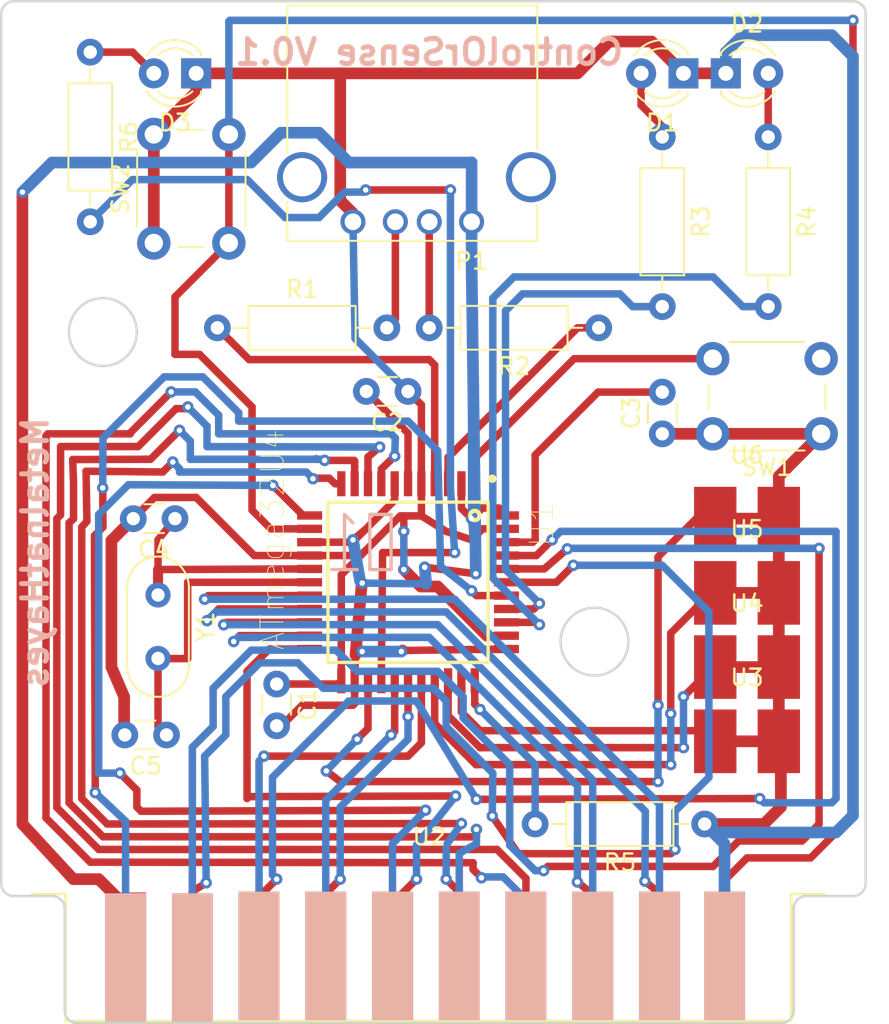
<source format=kicad_pcb>
(kicad_pcb (version 4) (host pcbnew 4.0.6)

  (general
    (links 79)
    (no_connects 3)
    (area 115.240999 66.584999 168.624763 128.155001)
    (thickness 1.6)
    (drawings 35)
    (tracks 556)
    (zones 0)
    (modules 24)
    (nets 38)
  )

  (page A4)
  (layers
    (0 F.Cu signal)
    (31 B.Cu signal)
    (32 B.Adhes user)
    (33 F.Adhes user)
    (34 B.Paste user)
    (35 F.Paste user)
    (36 B.SilkS user)
    (37 F.SilkS user)
    (38 B.Mask user)
    (39 F.Mask user)
    (40 Dwgs.User user)
    (41 Cmts.User user)
    (42 Eco1.User user)
    (43 Eco2.User user)
    (44 Edge.Cuts user)
    (45 Margin user)
    (46 B.CrtYd user)
    (47 F.CrtYd user)
    (48 B.Fab user)
    (49 F.Fab user)
  )

  (setup
    (last_trace_width 0.45)
    (trace_clearance 0.2)
    (zone_clearance 0.508)
    (zone_45_only no)
    (trace_min 0.2)
    (segment_width 0.2)
    (edge_width 0.15)
    (via_size 0.6)
    (via_drill 0.4)
    (via_min_size 0.4)
    (via_min_drill 0.3)
    (user_via 0.6858 0.3302)
    (uvia_size 0.3)
    (uvia_drill 0.1)
    (uvias_allowed no)
    (uvia_min_size 0.2)
    (uvia_min_drill 0.1)
    (pcb_text_width 0.3)
    (pcb_text_size 1.5 1.5)
    (mod_edge_width 0.15)
    (mod_text_size 1 1)
    (mod_text_width 0.15)
    (pad_size 2.45 7.7)
    (pad_drill 0)
    (pad_to_mask_clearance 0.2)
    (aux_axis_origin 0 0)
    (visible_elements 7FFFFFFF)
    (pcbplotparams
      (layerselection 0x310f0_80000001)
      (usegerberextensions true)
      (excludeedgelayer true)
      (linewidth 0.100000)
      (plotframeref false)
      (viasonmask false)
      (mode 1)
      (useauxorigin false)
      (hpglpennumber 1)
      (hpglpenspeed 20)
      (hpglpendiameter 15)
      (hpglpenoverlay 2)
      (psnegative false)
      (psa4output false)
      (plotreference true)
      (plotvalue true)
      (plotinvisibletext false)
      (padsonsilk false)
      (subtractmaskfromsilk false)
      (outputformat 1)
      (mirror false)
      (drillshape 0)
      (scaleselection 1)
      (outputdirectory ../GRBLs/))
  )

  (net 0 "")
  (net 1 GND)
  (net 2 +5V)
  (net 3 +3V3)
  (net 4 "Net-(C3-Pad2)")
  (net 5 "Net-(C4-Pad1)")
  (net 6 "Net-(C5-Pad1)")
  (net 7 "Net-(D1-Pad2)")
  (net 8 "Net-(D2-Pad2)")
  (net 9 "Net-(D3-Pad2)")
  (net 10 "Net-(P1-Pad3)")
  (net 11 "Net-(P1-Pad2)")
  (net 12 "Net-(P1-Pad5)")
  (net 13 "Net-(R1-Pad1)")
  (net 14 "Net-(R2-Pad1)")
  (net 15 "Net-(R3-Pad2)")
  (net 16 "Net-(R4-Pad2)")
  (net 17 "Net-(R5-Pad2)")
  (net 18 "Net-(R6-Pad2)")
  (net 19 "Net-(SW1-Pad2)")
  (net 20 Reset)
  (net 21 Btn1)
  (net 22 Btn2)
  (net 23 Btn3)
  (net 24 Btn4)
  (net 25 Btn5)
  (net 26 SCL)
  (net 27 SDA)
  (net 28 RX)
  (net 29 TX)
  (net 30 Btn6)
  (net 31 Btn7)
  (net 32 Btn8)
  (net 33 Btn9)
  (net 34 A3)
  (net 35 A2)
  (net 36 A1)
  (net 37 A0)

  (net_class Default "This is the default net class."
    (clearance 0.2)
    (trace_width 0.45)
    (via_dia 0.6)
    (via_drill 0.4)
    (uvia_dia 0.3)
    (uvia_drill 0.1)
    (add_net A0)
    (add_net A1)
    (add_net A2)
    (add_net A3)
    (add_net Btn1)
    (add_net Btn2)
    (add_net Btn3)
    (add_net Btn4)
    (add_net Btn5)
    (add_net Btn6)
    (add_net Btn7)
    (add_net Btn8)
    (add_net Btn9)
    (add_net "Net-(C3-Pad2)")
    (add_net "Net-(C4-Pad1)")
    (add_net "Net-(C5-Pad1)")
    (add_net "Net-(D1-Pad2)")
    (add_net "Net-(D2-Pad2)")
    (add_net "Net-(D3-Pad2)")
    (add_net "Net-(P1-Pad2)")
    (add_net "Net-(P1-Pad3)")
    (add_net "Net-(P1-Pad5)")
    (add_net "Net-(R1-Pad1)")
    (add_net "Net-(R2-Pad1)")
    (add_net "Net-(R3-Pad2)")
    (add_net "Net-(R4-Pad2)")
    (add_net "Net-(R5-Pad2)")
    (add_net "Net-(R6-Pad2)")
    (add_net "Net-(SW1-Pad2)")
    (add_net RX)
    (add_net Reset)
    (add_net SCL)
    (add_net SDA)
    (add_net TX)
  )

  (net_class Power ""
    (clearance 0.2)
    (trace_width 0.7)
    (via_dia 0.6)
    (via_drill 0.4)
    (uvia_dia 0.3)
    (uvia_drill 0.1)
    (add_net +3V3)
    (add_net +5V)
    (add_net GND)
  )

  (module Buttons_Switches_THT:SW_PUSH_6mm (layer F.Cu) (tedit 5923F252) (tstamp 5931E232)
    (at 124.46 81.28 90)
    (descr https://www.omron.com/ecb/products/pdf/en-b3f.pdf)
    (tags "tact sw push 6mm")
    (path /5905118B)
    (fp_text reference SW2 (at 3.25 -2 90) (layer F.SilkS)
      (effects (font (size 1 1) (thickness 0.15)))
    )
    (fp_text value "Reset Btn" (at 3.75 6.7 90) (layer F.Fab)
      (effects (font (size 1 1) (thickness 0.15)))
    )
    (fp_text user %R (at 3.25 2.25 90) (layer F.Fab)
      (effects (font (size 1 1) (thickness 0.15)))
    )
    (fp_line (start 3.25 -0.75) (end 6.25 -0.75) (layer F.Fab) (width 0.1))
    (fp_line (start 6.25 -0.75) (end 6.25 5.25) (layer F.Fab) (width 0.1))
    (fp_line (start 6.25 5.25) (end 0.25 5.25) (layer F.Fab) (width 0.1))
    (fp_line (start 0.25 5.25) (end 0.25 -0.75) (layer F.Fab) (width 0.1))
    (fp_line (start 0.25 -0.75) (end 3.25 -0.75) (layer F.Fab) (width 0.1))
    (fp_line (start 7.75 6) (end 8 6) (layer F.CrtYd) (width 0.05))
    (fp_line (start 8 6) (end 8 5.75) (layer F.CrtYd) (width 0.05))
    (fp_line (start 7.75 -1.5) (end 8 -1.5) (layer F.CrtYd) (width 0.05))
    (fp_line (start 8 -1.5) (end 8 -1.25) (layer F.CrtYd) (width 0.05))
    (fp_line (start -1.5 -1.25) (end -1.5 -1.5) (layer F.CrtYd) (width 0.05))
    (fp_line (start -1.5 -1.5) (end -1.25 -1.5) (layer F.CrtYd) (width 0.05))
    (fp_line (start -1.5 5.75) (end -1.5 6) (layer F.CrtYd) (width 0.05))
    (fp_line (start -1.5 6) (end -1.25 6) (layer F.CrtYd) (width 0.05))
    (fp_line (start -1.25 -1.5) (end 7.75 -1.5) (layer F.CrtYd) (width 0.05))
    (fp_line (start -1.5 5.75) (end -1.5 -1.25) (layer F.CrtYd) (width 0.05))
    (fp_line (start 7.75 6) (end -1.25 6) (layer F.CrtYd) (width 0.05))
    (fp_line (start 8 -1.25) (end 8 5.75) (layer F.CrtYd) (width 0.05))
    (fp_line (start 1 5.5) (end 5.5 5.5) (layer F.SilkS) (width 0.12))
    (fp_line (start -0.25 1.5) (end -0.25 3) (layer F.SilkS) (width 0.12))
    (fp_line (start 5.5 -1) (end 1 -1) (layer F.SilkS) (width 0.12))
    (fp_line (start 6.75 3) (end 6.75 1.5) (layer F.SilkS) (width 0.12))
    (fp_circle (center 3.25 2.25) (end 1.25 2.5) (layer F.Fab) (width 0.1))
    (pad 2 thru_hole circle (at 0 4.5 180) (size 2 2) (drill 1.1) (layers *.Cu *.Mask)
      (net 20 Reset))
    (pad 1 thru_hole circle (at 0 0 180) (size 2 2) (drill 1.1) (layers *.Cu *.Mask)
      (net 1 GND))
    (pad 2 thru_hole circle (at 6.5 4.5 180) (size 2 2) (drill 1.1) (layers *.Cu *.Mask)
      (net 20 Reset))
    (pad 1 thru_hole circle (at 6.5 0 180) (size 2 2) (drill 1.1) (layers *.Cu *.Mask)
      (net 1 GND))
    (model ${KISYS3DMOD}/Buttons_Switches_THT.3dshapes/SW_PUSH_6mm.wrl
      (at (xyz 0.005 0 0))
      (scale (xyz 0.3937 0.3937 0.3937))
      (rotate (xyz 0 0 0))
    )
  )

  (module ATMEGA32U4-AU:QFP80P1200X1200X120-44N (layer F.Cu) (tedit 0) (tstamp 5931E298)
    (at 139.7 101.6 270)
    (path /58F554E3)
    (attr smd)
    (fp_text reference U1 (at -3.474 -8.014 270) (layer F.SilkS)
      (effects (font (size 1.4 1.4) (thickness 0.05)))
    )
    (fp_text value ATmega32U4 (at -2.55 8.1261 270) (layer F.SilkS)
      (effects (font (size 1.4 1.4) (thickness 0.05)))
    )
    (fp_line (start -4.8 -4.8) (end 4.8 -4.8) (layer F.SilkS) (width 0.2032))
    (fp_line (start 4.8 -4.8) (end 4.8 4.8) (layer F.SilkS) (width 0.2032))
    (fp_line (start 4.8 4.8) (end -4.8 4.8) (layer F.SilkS) (width 0.2032))
    (fp_line (start -4.8 4.8) (end -4.8 -4.8) (layer F.SilkS) (width 0.2032))
    (fp_circle (center -4 -4) (end -3.7173 -4) (layer F.SilkS) (width 0.254))
    (fp_poly (pts (xy -6.1001 -4.1999) (xy -4.95 -4.1999) (xy -4.95 -3.8001) (xy -6.1001 -3.8001)) (layer Dwgs.User) (width 0.381))
    (fp_poly (pts (xy -6.1001 -3.4) (xy -4.95 -3.4) (xy -4.95 -3) (xy -6.1001 -3)) (layer Dwgs.User) (width 0.381))
    (fp_poly (pts (xy -6.1001 -2.5999) (xy -4.95 -2.5999) (xy -4.95 -2.1999) (xy -6.1001 -2.1999)) (layer Dwgs.User) (width 0.381))
    (fp_poly (pts (xy -6.1001 -1.8001) (xy -4.95 -1.8001) (xy -4.95 -1.4) (xy -6.1001 -1.4)) (layer Dwgs.User) (width 0.381))
    (fp_poly (pts (xy -6.1001 -1) (xy -4.95 -1) (xy -4.95 -0.5999) (xy -6.1001 -0.5999)) (layer Dwgs.User) (width 0.381))
    (fp_poly (pts (xy -6.1001 -0.1999) (xy -4.95 -0.1999) (xy -4.95 0.1999) (xy -6.1001 0.1999)) (layer Dwgs.User) (width 0.381))
    (fp_poly (pts (xy -6.1001 0.5999) (xy -4.95 0.5999) (xy -4.95 1) (xy -6.1001 1)) (layer Dwgs.User) (width 0.381))
    (fp_poly (pts (xy -6.1001 1.4) (xy -4.95 1.4) (xy -4.95 1.8001) (xy -6.1001 1.8001)) (layer Dwgs.User) (width 0.381))
    (fp_poly (pts (xy -6.1001 2.1999) (xy -4.95 2.1999) (xy -4.95 2.5999) (xy -6.1001 2.5999)) (layer Dwgs.User) (width 0.381))
    (fp_poly (pts (xy -6.1001 3) (xy -4.95 3) (xy -4.95 3.4) (xy -6.1001 3.4)) (layer Dwgs.User) (width 0.381))
    (fp_poly (pts (xy -6.1001 3.8001) (xy -4.95 3.8001) (xy -4.95 4.1999) (xy -6.1001 4.1999)) (layer Dwgs.User) (width 0.381))
    (fp_poly (pts (xy -4.1999 4.95) (xy -3.8001 4.95) (xy -3.8001 6.1001) (xy -4.1999 6.1001)) (layer Dwgs.User) (width 0.381))
    (fp_poly (pts (xy -3.4 4.95) (xy -3 4.95) (xy -3 6.1001) (xy -3.4 6.1001)) (layer Dwgs.User) (width 0.381))
    (fp_poly (pts (xy -2.5999 4.95) (xy -2.1999 4.95) (xy -2.1999 6.1001) (xy -2.5999 6.1001)) (layer Dwgs.User) (width 0.381))
    (fp_poly (pts (xy -1.8001 4.95) (xy -1.4 4.95) (xy -1.4 6.1001) (xy -1.8001 6.1001)) (layer Dwgs.User) (width 0.381))
    (fp_poly (pts (xy -1 4.95) (xy -0.5999 4.95) (xy -0.5999 6.1001) (xy -1 6.1001)) (layer Dwgs.User) (width 0.381))
    (fp_poly (pts (xy -0.1999 4.95) (xy 0.1999 4.95) (xy 0.1999 6.1001) (xy -0.1999 6.1001)) (layer Dwgs.User) (width 0.381))
    (fp_poly (pts (xy 0.5999 4.95) (xy 1 4.95) (xy 1 6.1001) (xy 0.5999 6.1001)) (layer Dwgs.User) (width 0.381))
    (fp_poly (pts (xy 1.4 4.95) (xy 1.8001 4.95) (xy 1.8001 6.1001) (xy 1.4 6.1001)) (layer Dwgs.User) (width 0.381))
    (fp_poly (pts (xy 2.1999 4.95) (xy 2.5999 4.95) (xy 2.5999 6.1001) (xy 2.1999 6.1001)) (layer Dwgs.User) (width 0.381))
    (fp_poly (pts (xy 3 4.95) (xy 3.4 4.95) (xy 3.4 6.1001) (xy 3 6.1001)) (layer Dwgs.User) (width 0.381))
    (fp_poly (pts (xy 3.8001 4.95) (xy 4.1999 4.95) (xy 4.1999 6.1001) (xy 3.8001 6.1001)) (layer Dwgs.User) (width 0.381))
    (fp_poly (pts (xy 4.95 3.8001) (xy 6.1001 3.8001) (xy 6.1001 4.1999) (xy 4.95 4.1999)) (layer Dwgs.User) (width 0.381))
    (fp_poly (pts (xy 4.95 3) (xy 6.1001 3) (xy 6.1001 3.4) (xy 4.95 3.4)) (layer Dwgs.User) (width 0.381))
    (fp_poly (pts (xy 4.95 2.1999) (xy 6.1001 2.1999) (xy 6.1001 2.5999) (xy 4.95 2.5999)) (layer Dwgs.User) (width 0.381))
    (fp_poly (pts (xy 4.95 1.4) (xy 6.1001 1.4) (xy 6.1001 1.8001) (xy 4.95 1.8001)) (layer Dwgs.User) (width 0.381))
    (fp_poly (pts (xy 4.95 0.5999) (xy 6.1001 0.5999) (xy 6.1001 1) (xy 4.95 1)) (layer Dwgs.User) (width 0.381))
    (fp_poly (pts (xy 4.95 -0.1999) (xy 6.1001 -0.1999) (xy 6.1001 0.1999) (xy 4.95 0.1999)) (layer Dwgs.User) (width 0.381))
    (fp_poly (pts (xy 4.95 -1) (xy 6.1001 -1) (xy 6.1001 -0.5999) (xy 4.95 -0.5999)) (layer Dwgs.User) (width 0.381))
    (fp_poly (pts (xy 4.95 -1.8001) (xy 6.1001 -1.8001) (xy 6.1001 -1.4) (xy 4.95 -1.4)) (layer Dwgs.User) (width 0.381))
    (fp_poly (pts (xy 4.95 -2.5999) (xy 6.1001 -2.5999) (xy 6.1001 -2.1999) (xy 4.95 -2.1999)) (layer Dwgs.User) (width 0.381))
    (fp_poly (pts (xy 4.95 -3.4) (xy 6.1001 -3.4) (xy 6.1001 -3) (xy 4.95 -3)) (layer Dwgs.User) (width 0.381))
    (fp_poly (pts (xy 4.95 -4.1999) (xy 6.1001 -4.1999) (xy 6.1001 -3.8001) (xy 4.95 -3.8001)) (layer Dwgs.User) (width 0.381))
    (fp_poly (pts (xy 3.8001 -6.1001) (xy 4.1999 -6.1001) (xy 4.1999 -4.95) (xy 3.8001 -4.95)) (layer Dwgs.User) (width 0.381))
    (fp_poly (pts (xy 3 -6.1001) (xy 3.4 -6.1001) (xy 3.4 -4.95) (xy 3 -4.95)) (layer Dwgs.User) (width 0.381))
    (fp_poly (pts (xy 2.1999 -6.1001) (xy 2.5999 -6.1001) (xy 2.5999 -4.95) (xy 2.1999 -4.95)) (layer Dwgs.User) (width 0.381))
    (fp_poly (pts (xy 1.4 -6.1001) (xy 1.8001 -6.1001) (xy 1.8001 -4.95) (xy 1.4 -4.95)) (layer Dwgs.User) (width 0.381))
    (fp_poly (pts (xy 0.5999 -6.1001) (xy 1 -6.1001) (xy 1 -4.95) (xy 0.5999 -4.95)) (layer Dwgs.User) (width 0.381))
    (fp_poly (pts (xy -0.1999 -6.1001) (xy 0.1999 -6.1001) (xy 0.1999 -4.95) (xy -0.1999 -4.95)) (layer Dwgs.User) (width 0.381))
    (fp_poly (pts (xy -1 -6.1001) (xy -0.5999 -6.1001) (xy -0.5999 -4.95) (xy -1 -4.95)) (layer Dwgs.User) (width 0.381))
    (fp_poly (pts (xy -1.8001 -6.1001) (xy -1.4 -6.1001) (xy -1.4 -4.95) (xy -1.8001 -4.95)) (layer Dwgs.User) (width 0.381))
    (fp_poly (pts (xy -2.5999 -6.1001) (xy -2.1999 -6.1001) (xy -2.1999 -4.95) (xy -2.5999 -4.95)) (layer Dwgs.User) (width 0.381))
    (fp_poly (pts (xy -3.4 -6.1001) (xy -3 -6.1001) (xy -3 -4.95) (xy -3.4 -4.95)) (layer Dwgs.User) (width 0.381))
    (fp_poly (pts (xy -4.1999 -6.1001) (xy -3.8001 -6.1001) (xy -3.8001 -4.95) (xy -4.1999 -4.95)) (layer Dwgs.User) (width 0.381))
    (fp_circle (center -6.2 -5.05) (end -5.946 -5.05) (layer F.SilkS) (width 0))
    (fp_line (start -7 -7) (end 7 -7) (layer Dwgs.User) (width 0.05))
    (fp_line (start 7 -7) (end 7 7) (layer Dwgs.User) (width 0.05))
    (fp_line (start 7 7) (end -7 7) (layer Dwgs.User) (width 0.05))
    (fp_line (start -7 7) (end -7 -7) (layer Dwgs.User) (width 0.05))
    (pad 1 smd rect (at -5.9 -4 270) (size 1.5 0.5) (layers F.Cu F.Paste F.Mask)
      (net 19 "Net-(SW1-Pad2)"))
    (pad 2 smd rect (at -5.9 -3.2 270) (size 1.5 0.5) (layers F.Cu F.Paste F.Mask)
      (net 2 +5V))
    (pad 3 smd rect (at -5.9 -2.4 270) (size 1.5 0.5) (layers F.Cu F.Paste F.Mask)
      (net 14 "Net-(R2-Pad1)"))
    (pad 4 smd rect (at -5.9 -1.6 270) (size 1.5 0.5) (layers F.Cu F.Paste F.Mask)
      (net 13 "Net-(R1-Pad1)"))
    (pad 5 smd rect (at -5.9 -0.8 270) (size 1.5 0.5) (layers F.Cu F.Paste F.Mask)
      (net 1 GND))
    (pad 6 smd rect (at -5.9 0 270) (size 1.5 0.5) (layers F.Cu F.Paste F.Mask)
      (net 3 +3V3))
    (pad 7 smd rect (at -5.9 0.8 270) (size 1.5 0.5) (layers F.Cu F.Paste F.Mask)
      (net 2 +5V))
    (pad 8 smd rect (at -5.9 1.6 270) (size 1.5 0.5) (layers F.Cu F.Paste F.Mask)
      (net 21 Btn1))
    (pad 9 smd rect (at -5.9 2.4 270) (size 1.5 0.5) (layers F.Cu F.Paste F.Mask)
      (net 22 Btn2))
    (pad 10 smd rect (at -5.9 3.2 270) (size 1.5 0.5) (layers F.Cu F.Paste F.Mask)
      (net 23 Btn3))
    (pad 11 smd rect (at -5.9 4 270) (size 1.5 0.5) (layers F.Cu F.Paste F.Mask)
      (net 24 Btn4))
    (pad 12 smd rect (at -4 5.9 270) (size 0.5 1.5) (layers F.Cu F.Paste F.Mask)
      (net 25 Btn5))
    (pad 13 smd rect (at -3.2 5.9 270) (size 0.5 1.5) (layers F.Cu F.Paste F.Mask)
      (net 20 Reset))
    (pad 14 smd rect (at -2.4 5.9 270) (size 0.5 1.5) (layers F.Cu F.Paste F.Mask)
      (net 2 +5V))
    (pad 15 smd rect (at -1.6 5.9 270) (size 0.5 1.5) (layers F.Cu F.Paste F.Mask)
      (net 1 GND))
    (pad 16 smd rect (at -0.8 5.9 270) (size 0.5 1.5) (layers F.Cu F.Paste F.Mask)
      (net 5 "Net-(C4-Pad1)"))
    (pad 17 smd rect (at 0 5.9 270) (size 0.5 1.5) (layers F.Cu F.Paste F.Mask)
      (net 6 "Net-(C5-Pad1)"))
    (pad 18 smd rect (at 0.8 5.9 270) (size 0.5 1.5) (layers F.Cu F.Paste F.Mask)
      (net 26 SCL))
    (pad 19 smd rect (at 1.6 5.9 270) (size 0.5 1.5) (layers F.Cu F.Paste F.Mask)
      (net 27 SDA))
    (pad 20 smd rect (at 2.4 5.9 270) (size 0.5 1.5) (layers F.Cu F.Paste F.Mask)
      (net 28 RX))
    (pad 21 smd rect (at 3.2 5.9 270) (size 0.5 1.5) (layers F.Cu F.Paste F.Mask)
      (net 29 TX))
    (pad 22 smd rect (at 4 5.9 270) (size 0.5 1.5) (layers F.Cu F.Paste F.Mask)
      (net 30 Btn6))
    (pad 23 smd rect (at 5.9 4 270) (size 1.5 0.5) (layers F.Cu F.Paste F.Mask)
      (net 1 GND))
    (pad 24 smd rect (at 5.9 3.2 270) (size 1.5 0.5) (layers F.Cu F.Paste F.Mask)
      (net 2 +5V))
    (pad 25 smd rect (at 5.9 2.4 270) (size 1.5 0.5) (layers F.Cu F.Paste F.Mask)
      (net 1 GND))
    (pad 26 smd rect (at 5.9 1.6 270) (size 1.5 0.5) (layers F.Cu F.Paste F.Mask)
      (net 18 "Net-(R6-Pad2)"))
    (pad 27 smd rect (at 5.9 0.8 270) (size 1.5 0.5) (layers F.Cu F.Paste F.Mask)
      (net 31 Btn7))
    (pad 28 smd rect (at 5.9 0 270) (size 1.5 0.5) (layers F.Cu F.Paste F.Mask)
      (net 32 Btn8))
    (pad 29 smd rect (at 5.9 -0.8 270) (size 1.5 0.5) (layers F.Cu F.Paste F.Mask)
      (net 33 Btn9))
    (pad 30 smd rect (at 5.9 -1.6 270) (size 1.5 0.5) (layers F.Cu F.Paste F.Mask)
      (net 1 GND))
    (pad 31 smd rect (at 5.9 -2.4 270) (size 1.5 0.5) (layers F.Cu F.Paste F.Mask)
      (net 1 GND))
    (pad 32 smd rect (at 5.9 -3.2 270) (size 1.5 0.5) (layers F.Cu F.Paste F.Mask)
      (net 1 GND))
    (pad 33 smd rect (at 5.9 -4 270) (size 1.5 0.5) (layers F.Cu F.Paste F.Mask)
      (net 17 "Net-(R5-Pad2)"))
    (pad 34 smd rect (at 4 -5.9 270) (size 0.5 1.5) (layers F.Cu F.Paste F.Mask)
      (net 2 +5V))
    (pad 35 smd rect (at 3.2 -5.9 270) (size 0.5 1.5) (layers F.Cu F.Paste F.Mask)
      (net 1 GND))
    (pad 36 smd rect (at 2.4 -5.9 270) (size 0.5 1.5) (layers F.Cu F.Paste F.Mask)
      (net 16 "Net-(R4-Pad2)"))
    (pad 37 smd rect (at 1.6 -5.9 270) (size 0.5 1.5) (layers F.Cu F.Paste F.Mask)
      (net 15 "Net-(R3-Pad2)"))
    (pad 38 smd rect (at 0.8 -5.9 270) (size 0.5 1.5) (layers F.Cu F.Paste F.Mask)
      (net 34 A3))
    (pad 39 smd rect (at 0 -5.9 270) (size 0.5 1.5) (layers F.Cu F.Paste F.Mask)
      (net 35 A2))
    (pad 40 smd rect (at -0.8 -5.9 270) (size 0.5 1.5) (layers F.Cu F.Paste F.Mask)
      (net 36 A1))
    (pad 41 smd rect (at -1.6 -5.9 270) (size 0.5 1.5) (layers F.Cu F.Paste F.Mask)
      (net 37 A0))
    (pad 42 smd rect (at -2.4 -5.9 270) (size 0.5 1.5) (layers F.Cu F.Paste F.Mask)
      (net 4 "Net-(C3-Pad2)"))
    (pad 43 smd rect (at -3.2 -5.9 270) (size 0.5 1.5) (layers F.Cu F.Paste F.Mask)
      (net 1 GND))
    (pad 44 smd rect (at -4 -5.9 270) (size 0.5 1.5) (layers F.Cu F.Paste F.Mask)
      (net 2 +5V))
  )

  (module Capacitors_THT:C_Disc_D3.0mm_W1.6mm_P2.50mm (layer F.Cu) (tedit 5920C254) (tstamp 5931E1CA)
    (at 131.826 107.696 270)
    (descr "C, Disc series, Radial, pin pitch=2.50mm, , diameter*width=3.0*1.6mm^2, Capacitor, http://www.vishay.com/docs/45233/krseries.pdf")
    (tags "C Disc series Radial pin pitch 2.50mm  diameter 3.0mm width 1.6mm Capacitor")
    (path /5904F611)
    (fp_text reference C1 (at 1.25 -1.86 270) (layer F.SilkS)
      (effects (font (size 1 1) (thickness 0.15)))
    )
    (fp_text value 1uf (at 1.25 1.86 270) (layer F.Fab)
      (effects (font (size 1 1) (thickness 0.15)))
    )
    (fp_text user %R (at 1.25 0 270) (layer F.Fab)
      (effects (font (size 0.7 0.7) (thickness 0.105)))
    )
    (fp_line (start -0.25 -0.8) (end -0.25 0.8) (layer F.Fab) (width 0.1))
    (fp_line (start -0.25 0.8) (end 2.75 0.8) (layer F.Fab) (width 0.1))
    (fp_line (start 2.75 0.8) (end 2.75 -0.8) (layer F.Fab) (width 0.1))
    (fp_line (start 2.75 -0.8) (end -0.25 -0.8) (layer F.Fab) (width 0.1))
    (fp_line (start 0.663 -0.861) (end 1.837 -0.861) (layer F.SilkS) (width 0.12))
    (fp_line (start 0.663 0.861) (end 1.837 0.861) (layer F.SilkS) (width 0.12))
    (fp_line (start -1.05 -1.15) (end -1.05 1.15) (layer F.CrtYd) (width 0.05))
    (fp_line (start -1.05 1.15) (end 3.55 1.15) (layer F.CrtYd) (width 0.05))
    (fp_line (start 3.55 1.15) (end 3.55 -1.15) (layer F.CrtYd) (width 0.05))
    (fp_line (start 3.55 -1.15) (end -1.05 -1.15) (layer F.CrtYd) (width 0.05))
    (pad 1 thru_hole circle (at 0 0 270) (size 1.6 1.6) (drill 0.8) (layers *.Cu *.Mask)
      (net 1 GND))
    (pad 2 thru_hole circle (at 2.5 0 270) (size 1.6 1.6) (drill 0.8) (layers *.Cu *.Mask)
      (net 2 +5V))
    (model ${KISYS3DMOD}/Capacitors_THT.3dshapes/C_Disc_D3.0mm_W1.6mm_P2.50mm.wrl
      (at (xyz 0 0 0))
      (scale (xyz 0.393701 0.393701 0.393701))
      (rotate (xyz 0 0 0))
    )
  )

  (module Capacitors_THT:C_Disc_D3.0mm_W1.6mm_P2.50mm (layer F.Cu) (tedit 5920C254) (tstamp 5931E1D0)
    (at 139.7 90.17 180)
    (descr "C, Disc series, Radial, pin pitch=2.50mm, , diameter*width=3.0*1.6mm^2, Capacitor, http://www.vishay.com/docs/45233/krseries.pdf")
    (tags "C Disc series Radial pin pitch 2.50mm  diameter 3.0mm width 1.6mm Capacitor")
    (path /59050013)
    (fp_text reference C2 (at 1.25 -1.86 180) (layer F.SilkS)
      (effects (font (size 1 1) (thickness 0.15)))
    )
    (fp_text value 1uf (at 1.25 1.86 180) (layer F.Fab)
      (effects (font (size 1 1) (thickness 0.15)))
    )
    (fp_text user %R (at 1.25 0 180) (layer F.Fab)
      (effects (font (size 0.7 0.7) (thickness 0.105)))
    )
    (fp_line (start -0.25 -0.8) (end -0.25 0.8) (layer F.Fab) (width 0.1))
    (fp_line (start -0.25 0.8) (end 2.75 0.8) (layer F.Fab) (width 0.1))
    (fp_line (start 2.75 0.8) (end 2.75 -0.8) (layer F.Fab) (width 0.1))
    (fp_line (start 2.75 -0.8) (end -0.25 -0.8) (layer F.Fab) (width 0.1))
    (fp_line (start 0.663 -0.861) (end 1.837 -0.861) (layer F.SilkS) (width 0.12))
    (fp_line (start 0.663 0.861) (end 1.837 0.861) (layer F.SilkS) (width 0.12))
    (fp_line (start -1.05 -1.15) (end -1.05 1.15) (layer F.CrtYd) (width 0.05))
    (fp_line (start -1.05 1.15) (end 3.55 1.15) (layer F.CrtYd) (width 0.05))
    (fp_line (start 3.55 1.15) (end 3.55 -1.15) (layer F.CrtYd) (width 0.05))
    (fp_line (start 3.55 -1.15) (end -1.05 -1.15) (layer F.CrtYd) (width 0.05))
    (pad 1 thru_hole circle (at 0 0 180) (size 1.6 1.6) (drill 0.8) (layers *.Cu *.Mask)
      (net 1 GND))
    (pad 2 thru_hole circle (at 2.5 0 180) (size 1.6 1.6) (drill 0.8) (layers *.Cu *.Mask)
      (net 3 +3V3))
    (model ${KISYS3DMOD}/Capacitors_THT.3dshapes/C_Disc_D3.0mm_W1.6mm_P2.50mm.wrl
      (at (xyz 0 0 0))
      (scale (xyz 0.393701 0.393701 0.393701))
      (rotate (xyz 0 0 0))
    )
  )

  (module Capacitors_THT:C_Disc_D3.0mm_W1.6mm_P2.50mm (layer F.Cu) (tedit 5920C254) (tstamp 5931E1D6)
    (at 154.94 92.71 90)
    (descr "C, Disc series, Radial, pin pitch=2.50mm, , diameter*width=3.0*1.6mm^2, Capacitor, http://www.vishay.com/docs/45233/krseries.pdf")
    (tags "C Disc series Radial pin pitch 2.50mm  diameter 3.0mm width 1.6mm Capacitor")
    (path /5905152A)
    (fp_text reference C3 (at 1.25 -1.86 90) (layer F.SilkS)
      (effects (font (size 1 1) (thickness 0.15)))
    )
    (fp_text value .1uf (at 1.25 1.86 90) (layer F.Fab)
      (effects (font (size 1 1) (thickness 0.15)))
    )
    (fp_text user %R (at 1.25 0 90) (layer F.Fab)
      (effects (font (size 0.7 0.7) (thickness 0.105)))
    )
    (fp_line (start -0.25 -0.8) (end -0.25 0.8) (layer F.Fab) (width 0.1))
    (fp_line (start -0.25 0.8) (end 2.75 0.8) (layer F.Fab) (width 0.1))
    (fp_line (start 2.75 0.8) (end 2.75 -0.8) (layer F.Fab) (width 0.1))
    (fp_line (start 2.75 -0.8) (end -0.25 -0.8) (layer F.Fab) (width 0.1))
    (fp_line (start 0.663 -0.861) (end 1.837 -0.861) (layer F.SilkS) (width 0.12))
    (fp_line (start 0.663 0.861) (end 1.837 0.861) (layer F.SilkS) (width 0.12))
    (fp_line (start -1.05 -1.15) (end -1.05 1.15) (layer F.CrtYd) (width 0.05))
    (fp_line (start -1.05 1.15) (end 3.55 1.15) (layer F.CrtYd) (width 0.05))
    (fp_line (start 3.55 1.15) (end 3.55 -1.15) (layer F.CrtYd) (width 0.05))
    (fp_line (start 3.55 -1.15) (end -1.05 -1.15) (layer F.CrtYd) (width 0.05))
    (pad 1 thru_hole circle (at 0 0 90) (size 1.6 1.6) (drill 0.8) (layers *.Cu *.Mask)
      (net 1 GND))
    (pad 2 thru_hole circle (at 2.5 0 90) (size 1.6 1.6) (drill 0.8) (layers *.Cu *.Mask)
      (net 4 "Net-(C3-Pad2)"))
    (model ${KISYS3DMOD}/Capacitors_THT.3dshapes/C_Disc_D3.0mm_W1.6mm_P2.50mm.wrl
      (at (xyz 0 0 0))
      (scale (xyz 0.393701 0.393701 0.393701))
      (rotate (xyz 0 0 0))
    )
  )

  (module Capacitors_THT:C_Disc_D3.0mm_W1.6mm_P2.50mm (layer F.Cu) (tedit 5920C254) (tstamp 5931E1DC)
    (at 125.73 97.79 180)
    (descr "C, Disc series, Radial, pin pitch=2.50mm, , diameter*width=3.0*1.6mm^2, Capacitor, http://www.vishay.com/docs/45233/krseries.pdf")
    (tags "C Disc series Radial pin pitch 2.50mm  diameter 3.0mm width 1.6mm Capacitor")
    (path /59051F71)
    (fp_text reference C4 (at 1.25 -1.86 180) (layer F.SilkS)
      (effects (font (size 1 1) (thickness 0.15)))
    )
    (fp_text value 10pf (at 1.25 1.86 180) (layer F.Fab)
      (effects (font (size 1 1) (thickness 0.15)))
    )
    (fp_text user %R (at 1.25 0 180) (layer F.Fab)
      (effects (font (size 0.7 0.7) (thickness 0.105)))
    )
    (fp_line (start -0.25 -0.8) (end -0.25 0.8) (layer F.Fab) (width 0.1))
    (fp_line (start -0.25 0.8) (end 2.75 0.8) (layer F.Fab) (width 0.1))
    (fp_line (start 2.75 0.8) (end 2.75 -0.8) (layer F.Fab) (width 0.1))
    (fp_line (start 2.75 -0.8) (end -0.25 -0.8) (layer F.Fab) (width 0.1))
    (fp_line (start 0.663 -0.861) (end 1.837 -0.861) (layer F.SilkS) (width 0.12))
    (fp_line (start 0.663 0.861) (end 1.837 0.861) (layer F.SilkS) (width 0.12))
    (fp_line (start -1.05 -1.15) (end -1.05 1.15) (layer F.CrtYd) (width 0.05))
    (fp_line (start -1.05 1.15) (end 3.55 1.15) (layer F.CrtYd) (width 0.05))
    (fp_line (start 3.55 1.15) (end 3.55 -1.15) (layer F.CrtYd) (width 0.05))
    (fp_line (start 3.55 -1.15) (end -1.05 -1.15) (layer F.CrtYd) (width 0.05))
    (pad 1 thru_hole circle (at 0 0 180) (size 1.6 1.6) (drill 0.8) (layers *.Cu *.Mask)
      (net 5 "Net-(C4-Pad1)"))
    (pad 2 thru_hole circle (at 2.5 0 180) (size 1.6 1.6) (drill 0.8) (layers *.Cu *.Mask)
      (net 1 GND))
    (model ${KISYS3DMOD}/Capacitors_THT.3dshapes/C_Disc_D3.0mm_W1.6mm_P2.50mm.wrl
      (at (xyz 0 0 0))
      (scale (xyz 0.393701 0.393701 0.393701))
      (rotate (xyz 0 0 0))
    )
  )

  (module Capacitors_THT:C_Disc_D3.0mm_W1.6mm_P2.50mm (layer F.Cu) (tedit 5920C254) (tstamp 5931E1E2)
    (at 125.222 110.744 180)
    (descr "C, Disc series, Radial, pin pitch=2.50mm, , diameter*width=3.0*1.6mm^2, Capacitor, http://www.vishay.com/docs/45233/krseries.pdf")
    (tags "C Disc series Radial pin pitch 2.50mm  diameter 3.0mm width 1.6mm Capacitor")
    (path /5905204E)
    (fp_text reference C5 (at 1.25 -1.86 180) (layer F.SilkS)
      (effects (font (size 1 1) (thickness 0.15)))
    )
    (fp_text value 10pf (at 1.25 1.86 180) (layer F.Fab)
      (effects (font (size 1 1) (thickness 0.15)))
    )
    (fp_text user %R (at 1.25 0 180) (layer F.Fab)
      (effects (font (size 0.7 0.7) (thickness 0.105)))
    )
    (fp_line (start -0.25 -0.8) (end -0.25 0.8) (layer F.Fab) (width 0.1))
    (fp_line (start -0.25 0.8) (end 2.75 0.8) (layer F.Fab) (width 0.1))
    (fp_line (start 2.75 0.8) (end 2.75 -0.8) (layer F.Fab) (width 0.1))
    (fp_line (start 2.75 -0.8) (end -0.25 -0.8) (layer F.Fab) (width 0.1))
    (fp_line (start 0.663 -0.861) (end 1.837 -0.861) (layer F.SilkS) (width 0.12))
    (fp_line (start 0.663 0.861) (end 1.837 0.861) (layer F.SilkS) (width 0.12))
    (fp_line (start -1.05 -1.15) (end -1.05 1.15) (layer F.CrtYd) (width 0.05))
    (fp_line (start -1.05 1.15) (end 3.55 1.15) (layer F.CrtYd) (width 0.05))
    (fp_line (start 3.55 1.15) (end 3.55 -1.15) (layer F.CrtYd) (width 0.05))
    (fp_line (start 3.55 -1.15) (end -1.05 -1.15) (layer F.CrtYd) (width 0.05))
    (pad 1 thru_hole circle (at 0 0 180) (size 1.6 1.6) (drill 0.8) (layers *.Cu *.Mask)
      (net 6 "Net-(C5-Pad1)"))
    (pad 2 thru_hole circle (at 2.5 0 180) (size 1.6 1.6) (drill 0.8) (layers *.Cu *.Mask)
      (net 1 GND))
    (model ${KISYS3DMOD}/Capacitors_THT.3dshapes/C_Disc_D3.0mm_W1.6mm_P2.50mm.wrl
      (at (xyz 0 0 0))
      (scale (xyz 0.393701 0.393701 0.393701))
      (rotate (xyz 0 0 0))
    )
  )

  (module LEDs:LED_D3.0mm (layer F.Cu) (tedit 587A3A7B) (tstamp 5931E1E8)
    (at 156.21 71.12 180)
    (descr "LED, diameter 3.0mm, 2 pins")
    (tags "LED diameter 3.0mm 2 pins")
    (path /592CA2F5)
    (fp_text reference D1 (at 1.27 -2.96 180) (layer F.SilkS)
      (effects (font (size 1 1) (thickness 0.15)))
    )
    (fp_text value LedIndicator01 (at 1.27 2.96 180) (layer F.Fab)
      (effects (font (size 1 1) (thickness 0.15)))
    )
    (fp_arc (start 1.27 0) (end -0.23 -1.16619) (angle 284.3) (layer F.Fab) (width 0.1))
    (fp_arc (start 1.27 0) (end -0.29 -1.235516) (angle 108.8) (layer F.SilkS) (width 0.12))
    (fp_arc (start 1.27 0) (end -0.29 1.235516) (angle -108.8) (layer F.SilkS) (width 0.12))
    (fp_arc (start 1.27 0) (end 0.229039 -1.08) (angle 87.9) (layer F.SilkS) (width 0.12))
    (fp_arc (start 1.27 0) (end 0.229039 1.08) (angle -87.9) (layer F.SilkS) (width 0.12))
    (fp_circle (center 1.27 0) (end 2.77 0) (layer F.Fab) (width 0.1))
    (fp_line (start -0.23 -1.16619) (end -0.23 1.16619) (layer F.Fab) (width 0.1))
    (fp_line (start -0.29 -1.236) (end -0.29 -1.08) (layer F.SilkS) (width 0.12))
    (fp_line (start -0.29 1.08) (end -0.29 1.236) (layer F.SilkS) (width 0.12))
    (fp_line (start -1.15 -2.25) (end -1.15 2.25) (layer F.CrtYd) (width 0.05))
    (fp_line (start -1.15 2.25) (end 3.7 2.25) (layer F.CrtYd) (width 0.05))
    (fp_line (start 3.7 2.25) (end 3.7 -2.25) (layer F.CrtYd) (width 0.05))
    (fp_line (start 3.7 -2.25) (end -1.15 -2.25) (layer F.CrtYd) (width 0.05))
    (pad 1 thru_hole rect (at 0 0 180) (size 1.8 1.8) (drill 0.9) (layers *.Cu *.Mask)
      (net 1 GND))
    (pad 2 thru_hole circle (at 2.54 0 180) (size 1.8 1.8) (drill 0.9) (layers *.Cu *.Mask)
      (net 7 "Net-(D1-Pad2)"))
    (model LEDs.3dshapes/LED_D3.0mm.wrl
      (at (xyz 0 0 0))
      (scale (xyz 0.393701 0.393701 0.393701))
      (rotate (xyz 0 0 0))
    )
  )

  (module LEDs:LED_D3.0mm (layer F.Cu) (tedit 587A3A7B) (tstamp 5931E1EE)
    (at 158.75 71.12)
    (descr "LED, diameter 3.0mm, 2 pins")
    (tags "LED diameter 3.0mm 2 pins")
    (path /592CA2C5)
    (fp_text reference D2 (at 1.27 -2.96) (layer F.SilkS)
      (effects (font (size 1 1) (thickness 0.15)))
    )
    (fp_text value LedIndicator02 (at 1.27 2.96) (layer F.Fab)
      (effects (font (size 1 1) (thickness 0.15)))
    )
    (fp_arc (start 1.27 0) (end -0.23 -1.16619) (angle 284.3) (layer F.Fab) (width 0.1))
    (fp_arc (start 1.27 0) (end -0.29 -1.235516) (angle 108.8) (layer F.SilkS) (width 0.12))
    (fp_arc (start 1.27 0) (end -0.29 1.235516) (angle -108.8) (layer F.SilkS) (width 0.12))
    (fp_arc (start 1.27 0) (end 0.229039 -1.08) (angle 87.9) (layer F.SilkS) (width 0.12))
    (fp_arc (start 1.27 0) (end 0.229039 1.08) (angle -87.9) (layer F.SilkS) (width 0.12))
    (fp_circle (center 1.27 0) (end 2.77 0) (layer F.Fab) (width 0.1))
    (fp_line (start -0.23 -1.16619) (end -0.23 1.16619) (layer F.Fab) (width 0.1))
    (fp_line (start -0.29 -1.236) (end -0.29 -1.08) (layer F.SilkS) (width 0.12))
    (fp_line (start -0.29 1.08) (end -0.29 1.236) (layer F.SilkS) (width 0.12))
    (fp_line (start -1.15 -2.25) (end -1.15 2.25) (layer F.CrtYd) (width 0.05))
    (fp_line (start -1.15 2.25) (end 3.7 2.25) (layer F.CrtYd) (width 0.05))
    (fp_line (start 3.7 2.25) (end 3.7 -2.25) (layer F.CrtYd) (width 0.05))
    (fp_line (start 3.7 -2.25) (end -1.15 -2.25) (layer F.CrtYd) (width 0.05))
    (pad 1 thru_hole rect (at 0 0) (size 1.8 1.8) (drill 0.9) (layers *.Cu *.Mask)
      (net 1 GND))
    (pad 2 thru_hole circle (at 2.54 0) (size 1.8 1.8) (drill 0.9) (layers *.Cu *.Mask)
      (net 8 "Net-(D2-Pad2)"))
    (model LEDs.3dshapes/LED_D3.0mm.wrl
      (at (xyz 0 0 0))
      (scale (xyz 0.393701 0.393701 0.393701))
      (rotate (xyz 0 0 0))
    )
  )

  (module LEDs:LED_D3.0mm (layer F.Cu) (tedit 587A3A7B) (tstamp 5931E1F4)
    (at 127 71.12 180)
    (descr "LED, diameter 3.0mm, 2 pins")
    (tags "LED diameter 3.0mm 2 pins")
    (path /59050362)
    (fp_text reference D3 (at 1.27 -2.96 180) (layer F.SilkS)
      (effects (font (size 1 1) (thickness 0.15)))
    )
    (fp_text value Led_Small (at 1.27 2.96 180) (layer F.Fab)
      (effects (font (size 1 1) (thickness 0.15)))
    )
    (fp_arc (start 1.27 0) (end -0.23 -1.16619) (angle 284.3) (layer F.Fab) (width 0.1))
    (fp_arc (start 1.27 0) (end -0.29 -1.235516) (angle 108.8) (layer F.SilkS) (width 0.12))
    (fp_arc (start 1.27 0) (end -0.29 1.235516) (angle -108.8) (layer F.SilkS) (width 0.12))
    (fp_arc (start 1.27 0) (end 0.229039 -1.08) (angle 87.9) (layer F.SilkS) (width 0.12))
    (fp_arc (start 1.27 0) (end 0.229039 1.08) (angle -87.9) (layer F.SilkS) (width 0.12))
    (fp_circle (center 1.27 0) (end 2.77 0) (layer F.Fab) (width 0.1))
    (fp_line (start -0.23 -1.16619) (end -0.23 1.16619) (layer F.Fab) (width 0.1))
    (fp_line (start -0.29 -1.236) (end -0.29 -1.08) (layer F.SilkS) (width 0.12))
    (fp_line (start -0.29 1.08) (end -0.29 1.236) (layer F.SilkS) (width 0.12))
    (fp_line (start -1.15 -2.25) (end -1.15 2.25) (layer F.CrtYd) (width 0.05))
    (fp_line (start -1.15 2.25) (end 3.7 2.25) (layer F.CrtYd) (width 0.05))
    (fp_line (start 3.7 2.25) (end 3.7 -2.25) (layer F.CrtYd) (width 0.05))
    (fp_line (start 3.7 -2.25) (end -1.15 -2.25) (layer F.CrtYd) (width 0.05))
    (pad 1 thru_hole rect (at 0 0 180) (size 1.8 1.8) (drill 0.9) (layers *.Cu *.Mask)
      (net 1 GND))
    (pad 2 thru_hole circle (at 2.54 0 180) (size 1.8 1.8) (drill 0.9) (layers *.Cu *.Mask)
      (net 9 "Net-(D3-Pad2)"))
    (model LEDs.3dshapes/LED_D3.0mm.wrl
      (at (xyz 0 0 0))
      (scale (xyz 0.393701 0.393701 0.393701))
      (rotate (xyz 0 0 0))
    )
  )

  (module Connectors:USB_A (layer F.Cu) (tedit 593EDF5D) (tstamp 5931E1FE)
    (at 143.51 80.01 180)
    (descr "USB A connector")
    (tags "USB USB_A")
    (path /5904F708)
    (fp_text reference P1 (at 0 -2.35 180) (layer F.SilkS)
      (effects (font (size 1 1) (thickness 0.15)))
    )
    (fp_text value USB (at 3.81 7.366 180) (layer F.Fab)
      (effects (font (size 1 1) (thickness 0.15)))
    )
    (fp_line (start -5.3 13.2) (end -5.3 -1.4) (layer F.CrtYd) (width 0.05))
    (fp_line (start 11.95 -1.4) (end 11.95 13.2) (layer F.CrtYd) (width 0.05))
    (fp_line (start -5.3 13.2) (end 11.95 13.2) (layer F.CrtYd) (width 0.05))
    (fp_line (start -5.3 -1.4) (end 11.95 -1.4) (layer F.CrtYd) (width 0.05))
    (fp_line (start 11.05 -1.14) (end 11.05 1.19) (layer F.SilkS) (width 0.12))
    (fp_line (start -3.94 -1.14) (end -3.94 0.98) (layer F.SilkS) (width 0.12))
    (fp_line (start 11.05 -1.14) (end -3.94 -1.14) (layer F.SilkS) (width 0.12))
    (fp_line (start 11.05 12.95) (end -3.94 12.95) (layer F.SilkS) (width 0.12))
    (fp_line (start 11.05 4.15) (end 11.05 12.95) (layer F.SilkS) (width 0.12))
    (fp_line (start -3.94 4.35) (end -3.94 12.95) (layer F.SilkS) (width 0.12))
    (pad 4 thru_hole circle (at 7.11 0 90) (size 1.5 1.5) (drill 1) (layers *.Cu *.Mask)
      (net 1 GND))
    (pad 3 thru_hole circle (at 4.57 0 90) (size 1.5 1.5) (drill 1) (layers *.Cu *.Mask)
      (net 10 "Net-(P1-Pad3)"))
    (pad 2 thru_hole circle (at 2.54 0 90) (size 1.5 1.5) (drill 1) (layers *.Cu *.Mask)
      (net 11 "Net-(P1-Pad2)"))
    (pad 1 thru_hole circle (at 0 0 90) (size 1.5 1.5) (drill 1) (layers *.Cu *.Mask)
      (net 2 +5V))
    (pad 5 thru_hole circle (at 10.16 2.67 90) (size 3 3) (drill 2.3) (layers *.Cu *.Mask)
      (net 12 "Net-(P1-Pad5)"))
    (pad 5 thru_hole circle (at -3.56 2.67 90) (size 3 3) (drill 2.3) (layers *.Cu *.Mask)
      (net 12 "Net-(P1-Pad5)"))
    (model Connectors.3dshapes/USB_A.wrl
      (at (xyz 0.14 0 0))
      (scale (xyz 1 1 1))
      (rotate (xyz 0 0 90))
    )
  )

  (module Resistors_THT:R_Axial_DIN0207_L6.3mm_D2.5mm_P10.16mm_Horizontal (layer F.Cu) (tedit 5874F706) (tstamp 5931E204)
    (at 128.27 86.36)
    (descr "Resistor, Axial_DIN0207 series, Axial, Horizontal, pin pitch=10.16mm, 0.25W = 1/4W, length*diameter=6.3*2.5mm^2, http://cdn-reichelt.de/documents/datenblatt/B400/1_4W%23YAG.pdf")
    (tags "Resistor Axial_DIN0207 series Axial Horizontal pin pitch 10.16mm 0.25W = 1/4W length 6.3mm diameter 2.5mm")
    (path /5904F9F7)
    (fp_text reference R1 (at 5.08 -2.31) (layer F.SilkS)
      (effects (font (size 1 1) (thickness 0.15)))
    )
    (fp_text value 22R (at 5.08 2.31) (layer F.Fab)
      (effects (font (size 1 1) (thickness 0.15)))
    )
    (fp_line (start 1.93 -1.25) (end 1.93 1.25) (layer F.Fab) (width 0.1))
    (fp_line (start 1.93 1.25) (end 8.23 1.25) (layer F.Fab) (width 0.1))
    (fp_line (start 8.23 1.25) (end 8.23 -1.25) (layer F.Fab) (width 0.1))
    (fp_line (start 8.23 -1.25) (end 1.93 -1.25) (layer F.Fab) (width 0.1))
    (fp_line (start 0 0) (end 1.93 0) (layer F.Fab) (width 0.1))
    (fp_line (start 10.16 0) (end 8.23 0) (layer F.Fab) (width 0.1))
    (fp_line (start 1.87 -1.31) (end 1.87 1.31) (layer F.SilkS) (width 0.12))
    (fp_line (start 1.87 1.31) (end 8.29 1.31) (layer F.SilkS) (width 0.12))
    (fp_line (start 8.29 1.31) (end 8.29 -1.31) (layer F.SilkS) (width 0.12))
    (fp_line (start 8.29 -1.31) (end 1.87 -1.31) (layer F.SilkS) (width 0.12))
    (fp_line (start 0.98 0) (end 1.87 0) (layer F.SilkS) (width 0.12))
    (fp_line (start 9.18 0) (end 8.29 0) (layer F.SilkS) (width 0.12))
    (fp_line (start -1.05 -1.6) (end -1.05 1.6) (layer F.CrtYd) (width 0.05))
    (fp_line (start -1.05 1.6) (end 11.25 1.6) (layer F.CrtYd) (width 0.05))
    (fp_line (start 11.25 1.6) (end 11.25 -1.6) (layer F.CrtYd) (width 0.05))
    (fp_line (start 11.25 -1.6) (end -1.05 -1.6) (layer F.CrtYd) (width 0.05))
    (pad 1 thru_hole circle (at 0 0) (size 1.6 1.6) (drill 0.8) (layers *.Cu *.Mask)
      (net 13 "Net-(R1-Pad1)"))
    (pad 2 thru_hole oval (at 10.16 0) (size 1.6 1.6) (drill 0.8) (layers *.Cu *.Mask)
      (net 10 "Net-(P1-Pad3)"))
    (model Resistors_THT.3dshapes/R_Axial_DIN0207_L6.3mm_D2.5mm_P10.16mm_Horizontal.wrl
      (at (xyz 0 0 0))
      (scale (xyz 0.393701 0.393701 0.393701))
      (rotate (xyz 0 0 0))
    )
  )

  (module Resistors_THT:R_Axial_DIN0207_L6.3mm_D2.5mm_P10.16mm_Horizontal (layer F.Cu) (tedit 5874F706) (tstamp 5931E20A)
    (at 151.13 86.36 180)
    (descr "Resistor, Axial_DIN0207 series, Axial, Horizontal, pin pitch=10.16mm, 0.25W = 1/4W, length*diameter=6.3*2.5mm^2, http://cdn-reichelt.de/documents/datenblatt/B400/1_4W%23YAG.pdf")
    (tags "Resistor Axial_DIN0207 series Axial Horizontal pin pitch 10.16mm 0.25W = 1/4W length 6.3mm diameter 2.5mm")
    (path /5904F5D4)
    (fp_text reference R2 (at 5.08 -2.31 180) (layer F.SilkS)
      (effects (font (size 1 1) (thickness 0.15)))
    )
    (fp_text value 22R (at 5.08 2.31 180) (layer F.Fab)
      (effects (font (size 1 1) (thickness 0.15)))
    )
    (fp_line (start 1.93 -1.25) (end 1.93 1.25) (layer F.Fab) (width 0.1))
    (fp_line (start 1.93 1.25) (end 8.23 1.25) (layer F.Fab) (width 0.1))
    (fp_line (start 8.23 1.25) (end 8.23 -1.25) (layer F.Fab) (width 0.1))
    (fp_line (start 8.23 -1.25) (end 1.93 -1.25) (layer F.Fab) (width 0.1))
    (fp_line (start 0 0) (end 1.93 0) (layer F.Fab) (width 0.1))
    (fp_line (start 10.16 0) (end 8.23 0) (layer F.Fab) (width 0.1))
    (fp_line (start 1.87 -1.31) (end 1.87 1.31) (layer F.SilkS) (width 0.12))
    (fp_line (start 1.87 1.31) (end 8.29 1.31) (layer F.SilkS) (width 0.12))
    (fp_line (start 8.29 1.31) (end 8.29 -1.31) (layer F.SilkS) (width 0.12))
    (fp_line (start 8.29 -1.31) (end 1.87 -1.31) (layer F.SilkS) (width 0.12))
    (fp_line (start 0.98 0) (end 1.87 0) (layer F.SilkS) (width 0.12))
    (fp_line (start 9.18 0) (end 8.29 0) (layer F.SilkS) (width 0.12))
    (fp_line (start -1.05 -1.6) (end -1.05 1.6) (layer F.CrtYd) (width 0.05))
    (fp_line (start -1.05 1.6) (end 11.25 1.6) (layer F.CrtYd) (width 0.05))
    (fp_line (start 11.25 1.6) (end 11.25 -1.6) (layer F.CrtYd) (width 0.05))
    (fp_line (start 11.25 -1.6) (end -1.05 -1.6) (layer F.CrtYd) (width 0.05))
    (pad 1 thru_hole circle (at 0 0 180) (size 1.6 1.6) (drill 0.8) (layers *.Cu *.Mask)
      (net 14 "Net-(R2-Pad1)"))
    (pad 2 thru_hole oval (at 10.16 0 180) (size 1.6 1.6) (drill 0.8) (layers *.Cu *.Mask)
      (net 11 "Net-(P1-Pad2)"))
    (model Resistors_THT.3dshapes/R_Axial_DIN0207_L6.3mm_D2.5mm_P10.16mm_Horizontal.wrl
      (at (xyz 0 0 0))
      (scale (xyz 0.393701 0.393701 0.393701))
      (rotate (xyz 0 0 0))
    )
  )

  (module Resistors_THT:R_Axial_DIN0207_L6.3mm_D2.5mm_P10.16mm_Horizontal (layer F.Cu) (tedit 5874F706) (tstamp 5931E210)
    (at 154.94 74.93 270)
    (descr "Resistor, Axial_DIN0207 series, Axial, Horizontal, pin pitch=10.16mm, 0.25W = 1/4W, length*diameter=6.3*2.5mm^2, http://cdn-reichelt.de/documents/datenblatt/B400/1_4W%23YAG.pdf")
    (tags "Resistor Axial_DIN0207 series Axial Horizontal pin pitch 10.16mm 0.25W = 1/4W length 6.3mm diameter 2.5mm")
    (path /59322995)
    (fp_text reference R3 (at 5.08 -2.31 270) (layer F.SilkS)
      (effects (font (size 1 1) (thickness 0.15)))
    )
    (fp_text value 220 (at 5.08 2.31 270) (layer F.Fab)
      (effects (font (size 1 1) (thickness 0.15)))
    )
    (fp_line (start 1.93 -1.25) (end 1.93 1.25) (layer F.Fab) (width 0.1))
    (fp_line (start 1.93 1.25) (end 8.23 1.25) (layer F.Fab) (width 0.1))
    (fp_line (start 8.23 1.25) (end 8.23 -1.25) (layer F.Fab) (width 0.1))
    (fp_line (start 8.23 -1.25) (end 1.93 -1.25) (layer F.Fab) (width 0.1))
    (fp_line (start 0 0) (end 1.93 0) (layer F.Fab) (width 0.1))
    (fp_line (start 10.16 0) (end 8.23 0) (layer F.Fab) (width 0.1))
    (fp_line (start 1.87 -1.31) (end 1.87 1.31) (layer F.SilkS) (width 0.12))
    (fp_line (start 1.87 1.31) (end 8.29 1.31) (layer F.SilkS) (width 0.12))
    (fp_line (start 8.29 1.31) (end 8.29 -1.31) (layer F.SilkS) (width 0.12))
    (fp_line (start 8.29 -1.31) (end 1.87 -1.31) (layer F.SilkS) (width 0.12))
    (fp_line (start 0.98 0) (end 1.87 0) (layer F.SilkS) (width 0.12))
    (fp_line (start 9.18 0) (end 8.29 0) (layer F.SilkS) (width 0.12))
    (fp_line (start -1.05 -1.6) (end -1.05 1.6) (layer F.CrtYd) (width 0.05))
    (fp_line (start -1.05 1.6) (end 11.25 1.6) (layer F.CrtYd) (width 0.05))
    (fp_line (start 11.25 1.6) (end 11.25 -1.6) (layer F.CrtYd) (width 0.05))
    (fp_line (start 11.25 -1.6) (end -1.05 -1.6) (layer F.CrtYd) (width 0.05))
    (pad 1 thru_hole circle (at 0 0 270) (size 1.6 1.6) (drill 0.8) (layers *.Cu *.Mask)
      (net 7 "Net-(D1-Pad2)"))
    (pad 2 thru_hole oval (at 10.16 0 270) (size 1.6 1.6) (drill 0.8) (layers *.Cu *.Mask)
      (net 15 "Net-(R3-Pad2)"))
    (model Resistors_THT.3dshapes/R_Axial_DIN0207_L6.3mm_D2.5mm_P10.16mm_Horizontal.wrl
      (at (xyz 0 0 0))
      (scale (xyz 0.393701 0.393701 0.393701))
      (rotate (xyz 0 0 0))
    )
  )

  (module Resistors_THT:R_Axial_DIN0207_L6.3mm_D2.5mm_P10.16mm_Horizontal (layer F.Cu) (tedit 5874F706) (tstamp 5931E216)
    (at 161.29 74.93 270)
    (descr "Resistor, Axial_DIN0207 series, Axial, Horizontal, pin pitch=10.16mm, 0.25W = 1/4W, length*diameter=6.3*2.5mm^2, http://cdn-reichelt.de/documents/datenblatt/B400/1_4W%23YAG.pdf")
    (tags "Resistor Axial_DIN0207 series Axial Horizontal pin pitch 10.16mm 0.25W = 1/4W length 6.3mm diameter 2.5mm")
    (path /593229E2)
    (fp_text reference R4 (at 5.08 -2.31 270) (layer F.SilkS)
      (effects (font (size 1 1) (thickness 0.15)))
    )
    (fp_text value 220 (at 5.08 2.31 270) (layer F.Fab)
      (effects (font (size 1 1) (thickness 0.15)))
    )
    (fp_line (start 1.93 -1.25) (end 1.93 1.25) (layer F.Fab) (width 0.1))
    (fp_line (start 1.93 1.25) (end 8.23 1.25) (layer F.Fab) (width 0.1))
    (fp_line (start 8.23 1.25) (end 8.23 -1.25) (layer F.Fab) (width 0.1))
    (fp_line (start 8.23 -1.25) (end 1.93 -1.25) (layer F.Fab) (width 0.1))
    (fp_line (start 0 0) (end 1.93 0) (layer F.Fab) (width 0.1))
    (fp_line (start 10.16 0) (end 8.23 0) (layer F.Fab) (width 0.1))
    (fp_line (start 1.87 -1.31) (end 1.87 1.31) (layer F.SilkS) (width 0.12))
    (fp_line (start 1.87 1.31) (end 8.29 1.31) (layer F.SilkS) (width 0.12))
    (fp_line (start 8.29 1.31) (end 8.29 -1.31) (layer F.SilkS) (width 0.12))
    (fp_line (start 8.29 -1.31) (end 1.87 -1.31) (layer F.SilkS) (width 0.12))
    (fp_line (start 0.98 0) (end 1.87 0) (layer F.SilkS) (width 0.12))
    (fp_line (start 9.18 0) (end 8.29 0) (layer F.SilkS) (width 0.12))
    (fp_line (start -1.05 -1.6) (end -1.05 1.6) (layer F.CrtYd) (width 0.05))
    (fp_line (start -1.05 1.6) (end 11.25 1.6) (layer F.CrtYd) (width 0.05))
    (fp_line (start 11.25 1.6) (end 11.25 -1.6) (layer F.CrtYd) (width 0.05))
    (fp_line (start 11.25 -1.6) (end -1.05 -1.6) (layer F.CrtYd) (width 0.05))
    (pad 1 thru_hole circle (at 0 0 270) (size 1.6 1.6) (drill 0.8) (layers *.Cu *.Mask)
      (net 8 "Net-(D2-Pad2)"))
    (pad 2 thru_hole oval (at 10.16 0 270) (size 1.6 1.6) (drill 0.8) (layers *.Cu *.Mask)
      (net 16 "Net-(R4-Pad2)"))
    (model Resistors_THT.3dshapes/R_Axial_DIN0207_L6.3mm_D2.5mm_P10.16mm_Horizontal.wrl
      (at (xyz 0 0 0))
      (scale (xyz 0.393701 0.393701 0.393701))
      (rotate (xyz 0 0 0))
    )
  )

  (module Resistors_THT:R_Axial_DIN0207_L6.3mm_D2.5mm_P10.16mm_Horizontal (layer F.Cu) (tedit 5874F706) (tstamp 5931E21C)
    (at 157.48 116.078 180)
    (descr "Resistor, Axial_DIN0207 series, Axial, Horizontal, pin pitch=10.16mm, 0.25W = 1/4W, length*diameter=6.3*2.5mm^2, http://cdn-reichelt.de/documents/datenblatt/B400/1_4W%23YAG.pdf")
    (tags "Resistor Axial_DIN0207 series Axial Horizontal pin pitch 10.16mm 0.25W = 1/4W length 6.3mm diameter 2.5mm")
    (path /59051794)
    (fp_text reference R5 (at 5.08 -2.31 180) (layer F.SilkS)
      (effects (font (size 1 1) (thickness 0.15)))
    )
    (fp_text value 1K (at 5.08 2.31 180) (layer F.Fab)
      (effects (font (size 1 1) (thickness 0.15)))
    )
    (fp_line (start 1.93 -1.25) (end 1.93 1.25) (layer F.Fab) (width 0.1))
    (fp_line (start 1.93 1.25) (end 8.23 1.25) (layer F.Fab) (width 0.1))
    (fp_line (start 8.23 1.25) (end 8.23 -1.25) (layer F.Fab) (width 0.1))
    (fp_line (start 8.23 -1.25) (end 1.93 -1.25) (layer F.Fab) (width 0.1))
    (fp_line (start 0 0) (end 1.93 0) (layer F.Fab) (width 0.1))
    (fp_line (start 10.16 0) (end 8.23 0) (layer F.Fab) (width 0.1))
    (fp_line (start 1.87 -1.31) (end 1.87 1.31) (layer F.SilkS) (width 0.12))
    (fp_line (start 1.87 1.31) (end 8.29 1.31) (layer F.SilkS) (width 0.12))
    (fp_line (start 8.29 1.31) (end 8.29 -1.31) (layer F.SilkS) (width 0.12))
    (fp_line (start 8.29 -1.31) (end 1.87 -1.31) (layer F.SilkS) (width 0.12))
    (fp_line (start 0.98 0) (end 1.87 0) (layer F.SilkS) (width 0.12))
    (fp_line (start 9.18 0) (end 8.29 0) (layer F.SilkS) (width 0.12))
    (fp_line (start -1.05 -1.6) (end -1.05 1.6) (layer F.CrtYd) (width 0.05))
    (fp_line (start -1.05 1.6) (end 11.25 1.6) (layer F.CrtYd) (width 0.05))
    (fp_line (start 11.25 1.6) (end 11.25 -1.6) (layer F.CrtYd) (width 0.05))
    (fp_line (start 11.25 -1.6) (end -1.05 -1.6) (layer F.CrtYd) (width 0.05))
    (pad 1 thru_hole circle (at 0 0 180) (size 1.6 1.6) (drill 0.8) (layers *.Cu *.Mask)
      (net 1 GND))
    (pad 2 thru_hole oval (at 10.16 0 180) (size 1.6 1.6) (drill 0.8) (layers *.Cu *.Mask)
      (net 17 "Net-(R5-Pad2)"))
    (model Resistors_THT.3dshapes/R_Axial_DIN0207_L6.3mm_D2.5mm_P10.16mm_Horizontal.wrl
      (at (xyz 0 0 0))
      (scale (xyz 0.393701 0.393701 0.393701))
      (rotate (xyz 0 0 0))
    )
  )

  (module Resistors_THT:R_Axial_DIN0207_L6.3mm_D2.5mm_P10.16mm_Horizontal (layer F.Cu) (tedit 5874F706) (tstamp 5931E222)
    (at 120.65 69.85 270)
    (descr "Resistor, Axial_DIN0207 series, Axial, Horizontal, pin pitch=10.16mm, 0.25W = 1/4W, length*diameter=6.3*2.5mm^2, http://cdn-reichelt.de/documents/datenblatt/B400/1_4W%23YAG.pdf")
    (tags "Resistor Axial_DIN0207 series Axial Horizontal pin pitch 10.16mm 0.25W = 1/4W length 6.3mm diameter 2.5mm")
    (path /59050335)
    (fp_text reference R6 (at 5.08 -2.31 270) (layer F.SilkS)
      (effects (font (size 1 1) (thickness 0.15)))
    )
    (fp_text value 1K (at 5.08 2.31 270) (layer F.Fab)
      (effects (font (size 1 1) (thickness 0.15)))
    )
    (fp_line (start 1.93 -1.25) (end 1.93 1.25) (layer F.Fab) (width 0.1))
    (fp_line (start 1.93 1.25) (end 8.23 1.25) (layer F.Fab) (width 0.1))
    (fp_line (start 8.23 1.25) (end 8.23 -1.25) (layer F.Fab) (width 0.1))
    (fp_line (start 8.23 -1.25) (end 1.93 -1.25) (layer F.Fab) (width 0.1))
    (fp_line (start 0 0) (end 1.93 0) (layer F.Fab) (width 0.1))
    (fp_line (start 10.16 0) (end 8.23 0) (layer F.Fab) (width 0.1))
    (fp_line (start 1.87 -1.31) (end 1.87 1.31) (layer F.SilkS) (width 0.12))
    (fp_line (start 1.87 1.31) (end 8.29 1.31) (layer F.SilkS) (width 0.12))
    (fp_line (start 8.29 1.31) (end 8.29 -1.31) (layer F.SilkS) (width 0.12))
    (fp_line (start 8.29 -1.31) (end 1.87 -1.31) (layer F.SilkS) (width 0.12))
    (fp_line (start 0.98 0) (end 1.87 0) (layer F.SilkS) (width 0.12))
    (fp_line (start 9.18 0) (end 8.29 0) (layer F.SilkS) (width 0.12))
    (fp_line (start -1.05 -1.6) (end -1.05 1.6) (layer F.CrtYd) (width 0.05))
    (fp_line (start -1.05 1.6) (end 11.25 1.6) (layer F.CrtYd) (width 0.05))
    (fp_line (start 11.25 1.6) (end 11.25 -1.6) (layer F.CrtYd) (width 0.05))
    (fp_line (start 11.25 -1.6) (end -1.05 -1.6) (layer F.CrtYd) (width 0.05))
    (pad 1 thru_hole circle (at 0 0 270) (size 1.6 1.6) (drill 0.8) (layers *.Cu *.Mask)
      (net 9 "Net-(D3-Pad2)"))
    (pad 2 thru_hole oval (at 10.16 0 270) (size 1.6 1.6) (drill 0.8) (layers *.Cu *.Mask)
      (net 18 "Net-(R6-Pad2)"))
    (model Resistors_THT.3dshapes/R_Axial_DIN0207_L6.3mm_D2.5mm_P10.16mm_Horizontal.wrl
      (at (xyz 0 0 0))
      (scale (xyz 0.393701 0.393701 0.393701))
      (rotate (xyz 0 0 0))
    )
  )

  (module Buttons_Switches_THT:SW_PUSH_6mm (layer F.Cu) (tedit 5923F252) (tstamp 5931E22A)
    (at 164.465 92.71 180)
    (descr https://www.omron.com/ecb/products/pdf/en-b3f.pdf)
    (tags "tact sw push 6mm")
    (path /592CB790)
    (fp_text reference SW1 (at 3.25 -2 180) (layer F.SilkS)
      (effects (font (size 1 1) (thickness 0.15)))
    )
    (fp_text value BtnLocal (at 3.75 6.7 180) (layer F.Fab)
      (effects (font (size 1 1) (thickness 0.15)))
    )
    (fp_text user %R (at 3.25 2.25 180) (layer F.Fab)
      (effects (font (size 1 1) (thickness 0.15)))
    )
    (fp_line (start 3.25 -0.75) (end 6.25 -0.75) (layer F.Fab) (width 0.1))
    (fp_line (start 6.25 -0.75) (end 6.25 5.25) (layer F.Fab) (width 0.1))
    (fp_line (start 6.25 5.25) (end 0.25 5.25) (layer F.Fab) (width 0.1))
    (fp_line (start 0.25 5.25) (end 0.25 -0.75) (layer F.Fab) (width 0.1))
    (fp_line (start 0.25 -0.75) (end 3.25 -0.75) (layer F.Fab) (width 0.1))
    (fp_line (start 7.75 6) (end 8 6) (layer F.CrtYd) (width 0.05))
    (fp_line (start 8 6) (end 8 5.75) (layer F.CrtYd) (width 0.05))
    (fp_line (start 7.75 -1.5) (end 8 -1.5) (layer F.CrtYd) (width 0.05))
    (fp_line (start 8 -1.5) (end 8 -1.25) (layer F.CrtYd) (width 0.05))
    (fp_line (start -1.5 -1.25) (end -1.5 -1.5) (layer F.CrtYd) (width 0.05))
    (fp_line (start -1.5 -1.5) (end -1.25 -1.5) (layer F.CrtYd) (width 0.05))
    (fp_line (start -1.5 5.75) (end -1.5 6) (layer F.CrtYd) (width 0.05))
    (fp_line (start -1.5 6) (end -1.25 6) (layer F.CrtYd) (width 0.05))
    (fp_line (start -1.25 -1.5) (end 7.75 -1.5) (layer F.CrtYd) (width 0.05))
    (fp_line (start -1.5 5.75) (end -1.5 -1.25) (layer F.CrtYd) (width 0.05))
    (fp_line (start 7.75 6) (end -1.25 6) (layer F.CrtYd) (width 0.05))
    (fp_line (start 8 -1.25) (end 8 5.75) (layer F.CrtYd) (width 0.05))
    (fp_line (start 1 5.5) (end 5.5 5.5) (layer F.SilkS) (width 0.12))
    (fp_line (start -0.25 1.5) (end -0.25 3) (layer F.SilkS) (width 0.12))
    (fp_line (start 5.5 -1) (end 1 -1) (layer F.SilkS) (width 0.12))
    (fp_line (start 6.75 3) (end 6.75 1.5) (layer F.SilkS) (width 0.12))
    (fp_circle (center 3.25 2.25) (end 1.25 2.5) (layer F.Fab) (width 0.1))
    (pad 2 thru_hole circle (at 0 4.5 270) (size 2 2) (drill 1.1) (layers *.Cu *.Mask)
      (net 19 "Net-(SW1-Pad2)"))
    (pad 1 thru_hole circle (at 0 0 270) (size 2 2) (drill 1.1) (layers *.Cu *.Mask)
      (net 1 GND))
    (pad 2 thru_hole circle (at 6.5 4.5 270) (size 2 2) (drill 1.1) (layers *.Cu *.Mask)
      (net 19 "Net-(SW1-Pad2)"))
    (pad 1 thru_hole circle (at 6.5 0 270) (size 2 2) (drill 1.1) (layers *.Cu *.Mask)
      (net 1 GND))
    (model ${KISYS3DMOD}/Buttons_Switches_THT.3dshapes/SW_PUSH_6mm.wrl
      (at (xyz 0.005 0 0))
      (scale (xyz 0.3937 0.3937 0.3937))
      (rotate (xyz 0 0 0))
    )
  )

  (module .pretty:CardEdge_10x2 (layer F.Cu) (tedit 593EE6BE) (tstamp 5931E2B5)
    (at 140.97 119.38 180)
    (path /592B894D)
    (fp_text reference U2 (at 0 2.54 180) (layer F.SilkS)
      (effects (font (size 1 1) (thickness 0.15)))
    )
    (fp_text value CardEdge_2x10 (at -0.1 0.6 180) (layer F.Fab)
      (effects (font (size 1 1) (thickness 0.15)))
    )
    (fp_line (start -21.7 -8.5) (end -21.7 -0.9) (layer F.SilkS) (width 0.15))
    (fp_line (start -21.7 -0.9) (end -23.7 -0.9) (layer F.SilkS) (width 0.15))
    (fp_line (start -21.7 -8.5) (end 21.8 -8.5) (layer F.SilkS) (width 0.15))
    (fp_line (start 21.8 -8.5) (end 21.8 -0.9) (layer F.SilkS) (width 0.15))
    (fp_line (start 21.8 -0.9) (end 23.8 -0.9) (layer F.SilkS) (width 0.15))
    (pad A smd rect (at -17.7 -4.6 180) (size 2.45 7.7) (layers F.Cu F.Paste F.Mask)
      (net 20 Reset))
    (pad B smd rect (at -13.8 -4.6 180) (size 2.45 7.7) (layers F.Cu F.Paste F.Mask)
      (net 27 SDA))
    (pad C smd rect (at -9.8 -4.6 180) (size 2.45 7.7) (layers F.Cu F.Paste F.Mask)
      (net 29 TX))
    (pad D smd rect (at -5.8 -4.6 180) (size 2.45 7.7) (layers F.Cu F.Paste F.Mask)
      (net 22 Btn2))
    (pad E smd rect (at -1.8 -4.6 180) (size 2.45 7.7) (layers F.Cu F.Paste F.Mask)
      (net 24 Btn4))
    (pad F smd rect (at 2.2 -4.6 180) (size 2.45 7.7) (layers F.Cu F.Paste F.Mask)
      (net 30 Btn6))
    (pad G smd rect (at 6.2 -4.6 180) (size 2.45 7.7) (layers F.Cu F.Paste F.Mask)
      (net 32 Btn8))
    (pad H smd rect (at 10.2 -4.6 180) (size 2.45 7.7) (layers F.Cu F.Paste F.Mask)
      (net 37 A0))
    (pad I smd rect (at 14.2 -4.7 180) (size 2.45 7.7) (layers F.Cu F.Paste F.Mask)
      (net 35 A2))
    (pad J smd rect (at 18.2 -4.3 180) (size 2.45 7) (layers F.Cu F.Paste F.Mask)
      (net 2 +5V))
    (pad 10 smd rect (at 18.2 -4.7 180) (size 2.45 7.7) (layers B.Cu F.Paste B.SilkS F.Mask)
      (net 34 A3))
    (pad 9 smd rect (at 14.2 -4.7 180) (size 2.45 7.7) (layers B.Cu B.Paste B.SilkS F.Mask)
      (net 36 A1))
    (pad 8 smd rect (at 10.2 -4.6 180) (size 2.45 7.7) (layers B.Cu F.Paste B.SilkS F.Mask)
      (net 33 Btn9))
    (pad 7 smd rect (at 6.2 -4.6 180) (size 2.45 7.7) (layers B.Cu F.Paste B.SilkS F.Mask)
      (net 31 Btn7))
    (pad 6 smd rect (at 2.2 -4.6 180) (size 2.45 7.7) (layers B.Cu F.Paste B.SilkS F.Mask)
      (net 25 Btn5))
    (pad 5 smd rect (at -1.8 -4.6 180) (size 2.45 7.7) (layers B.Cu F.Paste B.SilkS F.Mask)
      (net 23 Btn3))
    (pad 4 smd rect (at -5.8 -4.6 180) (size 2.45 7.7) (layers B.Cu F.Paste B.SilkS F.Mask)
      (net 21 Btn1))
    (pad 3 smd rect (at -9.8 -4.6 180) (size 2.45 7.7) (layers B.Cu F.Paste B.SilkS F.Mask)
      (net 28 RX))
    (pad 2 smd rect (at -13.8 -4.6 180) (size 2.45 7.7) (layers B.Cu F.Paste B.SilkS B.Mask)
      (net 26 SCL))
    (pad 1 smd rect (at -17.7 -4.6 180) (size 2.45 7.7) (layers B.Cu F.Paste B.SilkS B.Mask)
      (net 1 GND))
  )

  (module Crystals:Crystal_HC52-6mm_Vertical (layer F.Cu) (tedit 58CD2E9C) (tstamp 5931E2D7)
    (at 124.714 102.362 270)
    (descr "Crystal THT HC-52/6mm, http://www.kvg-gmbh.de/assets/uploads/files/product_pdfs/XS71xx.pdf")
    (tags "THT crystalHC-49/U")
    (path /59051AC4)
    (fp_text reference Y1 (at 1.9 -2.85 270) (layer F.SilkS)
      (effects (font (size 1 1) (thickness 0.15)))
    )
    (fp_text value 16MHz (at 1.9 2.85 270) (layer F.Fab)
      (effects (font (size 1 1) (thickness 0.15)))
    )
    (fp_text user %R (at 1.9 0 270) (layer F.Fab)
      (effects (font (size 1 1) (thickness 0.15)))
    )
    (fp_line (start -0.45 -1.65) (end 4.25 -1.65) (layer F.Fab) (width 0.1))
    (fp_line (start -0.45 1.65) (end 4.25 1.65) (layer F.Fab) (width 0.1))
    (fp_line (start -0.45 -1.15) (end 4.25 -1.15) (layer F.Fab) (width 0.1))
    (fp_line (start -0.45 1.15) (end 4.25 1.15) (layer F.Fab) (width 0.1))
    (fp_line (start -0.45 -1.85) (end 4.25 -1.85) (layer F.SilkS) (width 0.12))
    (fp_line (start -0.45 1.85) (end 4.25 1.85) (layer F.SilkS) (width 0.12))
    (fp_line (start -2.6 -2.1) (end -2.6 2.1) (layer F.CrtYd) (width 0.05))
    (fp_line (start -2.6 2.1) (end 6.4 2.1) (layer F.CrtYd) (width 0.05))
    (fp_line (start 6.4 2.1) (end 6.4 -2.1) (layer F.CrtYd) (width 0.05))
    (fp_line (start 6.4 -2.1) (end -2.6 -2.1) (layer F.CrtYd) (width 0.05))
    (fp_arc (start -0.45 0) (end -0.45 -1.65) (angle -180) (layer F.Fab) (width 0.1))
    (fp_arc (start 4.25 0) (end 4.25 -1.65) (angle 180) (layer F.Fab) (width 0.1))
    (fp_arc (start -0.45 0) (end -0.45 -1.15) (angle -180) (layer F.Fab) (width 0.1))
    (fp_arc (start 4.25 0) (end 4.25 -1.15) (angle 180) (layer F.Fab) (width 0.1))
    (fp_arc (start -0.45 0) (end -0.45 -1.85) (angle -180) (layer F.SilkS) (width 0.12))
    (fp_arc (start 4.25 0) (end 4.25 -1.85) (angle 180) (layer F.SilkS) (width 0.12))
    (pad 1 thru_hole circle (at 0 0 270) (size 1.5 1.5) (drill 0.8) (layers *.Cu *.Mask)
      (net 5 "Net-(C4-Pad1)"))
    (pad 2 thru_hole circle (at 3.8 0 270) (size 1.5 1.5) (drill 0.8) (layers *.Cu *.Mask)
      (net 6 "Net-(C5-Pad1)"))
    (model ${KISYS3DMOD}/Crystals.3dshapes/Crystal_HC52-6mm_Vertical.wrl
      (at (xyz 0 0 0))
      (scale (xyz 0.393701 0.393701 0.393701))
      (rotate (xyz 0 0 0))
    )
  )

  (module .pretty:SlashAndBurn-Jumper (layer F.Cu) (tedit 59321E96) (tstamp 59322125)
    (at 160.02 111.125)
    (path /5931D2AF)
    (fp_text reference U3 (at 0 -3.81) (layer F.SilkS)
      (effects (font (size 1 1) (thickness 0.15)))
    )
    (fp_text value SlashAndBurn-Jumper (at 0 2.54) (layer F.Fab)
      (effects (font (size 1 1) (thickness 0.15)))
    )
    (pad 1 smd rect (at -1.905 0) (size 2.54 3.81) (layers F.Cu F.Paste F.Mask)
      (net 1 GND))
    (pad 2 smd rect (at 1.905 0) (size 2.54 3.81) (layers F.Cu F.Paste F.Mask)
      (net 1 GND))
  )

  (module .pretty:SlashAndBurn-Jumper (layer F.Cu) (tedit 59321E96) (tstamp 5932212B)
    (at 160.02 106.68)
    (path /5931D960)
    (fp_text reference U4 (at 0 -3.81) (layer F.SilkS)
      (effects (font (size 1 1) (thickness 0.15)))
    )
    (fp_text value SlashAndBurn-Jumper (at 0 2.54) (layer F.Fab)
      (effects (font (size 1 1) (thickness 0.15)))
    )
    (pad 1 smd rect (at -1.905 0) (size 2.54 3.81) (layers F.Cu F.Paste F.Mask)
      (net 1 GND))
    (pad 2 smd rect (at 1.905 0) (size 2.54 3.81) (layers F.Cu F.Paste F.Mask)
      (net 1 GND))
  )

  (module .pretty:SlashAndBurn-Jumper (layer F.Cu) (tedit 59321E96) (tstamp 59322131)
    (at 160.02 102.235)
    (path /5931D98E)
    (fp_text reference U5 (at 0 -3.81) (layer F.SilkS)
      (effects (font (size 1 1) (thickness 0.15)))
    )
    (fp_text value SlashAndBurn-Jumper (at 0 2.54) (layer F.Fab)
      (effects (font (size 1 1) (thickness 0.15)))
    )
    (pad 1 smd rect (at -1.905 0) (size 2.54 3.81) (layers F.Cu F.Paste F.Mask)
      (net 1 GND))
    (pad 2 smd rect (at 1.905 0) (size 2.54 3.81) (layers F.Cu F.Paste F.Mask)
      (net 1 GND))
  )

  (module .pretty:SlashAndBurn-Jumper (layer F.Cu) (tedit 59321E96) (tstamp 59322137)
    (at 160.02 97.79)
    (path /5931DAFD)
    (fp_text reference U6 (at 0 -3.81) (layer F.SilkS)
      (effects (font (size 1 1) (thickness 0.15)))
    )
    (fp_text value SlashAndBurn-Jumper (at 0 2.54) (layer F.Fab)
      (effects (font (size 1 1) (thickness 0.15)))
    )
    (pad 1 smd rect (at -1.905 0) (size 2.54 3.81) (layers F.Cu F.Paste F.Mask)
      (net 1 GND))
    (pad 2 smd rect (at 1.905 0) (size 2.54 3.81) (layers F.Cu F.Paste F.Mask)
      (net 1 GND))
  )

  (gr_text MetalnatHayes (at 117.348 99.822 90) (layer B.SilkS)
    (effects (font (size 1.5 1.5) (thickness 0.3)) (justify mirror))
  )
  (gr_text "ControlOrSense V0.1" (at 140.97 69.85) (layer B.SilkS)
    (effects (font (size 1.5 1.5) (thickness 0.3)) (justify mirror))
  )
  (gr_line (start 135.89 97.536) (end 136.398 98.044) (angle 90) (layer B.SilkS) (width 0.2))
  (gr_line (start 135.128 100.838) (end 136.652 100.838) (angle 90) (layer B.SilkS) (width 0.2))
  (gr_line (start 135.89 100.838) (end 135.128 100.838) (angle 90) (layer B.SilkS) (width 0.2))
  (gr_line (start 135.89 97.536) (end 135.89 100.838) (angle 90) (layer B.SilkS) (width 0.2))
  (gr_line (start 137.414 97.536) (end 138.684 97.536) (angle 90) (layer B.SilkS) (width 0.2))
  (gr_line (start 137.414 97.79) (end 137.414 97.536) (angle 90) (layer B.SilkS) (width 0.2))
  (gr_line (start 137.414 100.838) (end 137.414 97.79) (angle 90) (layer B.SilkS) (width 0.2))
  (gr_line (start 138.684 100.838) (end 137.414 100.838) (angle 90) (layer B.SilkS) (width 0.2))
  (gr_line (start 138.684 97.536) (end 138.684 100.838) (angle 90) (layer B.SilkS) (width 0.2))
  (gr_arc (start 150.876 105.156) (end 148.844 105.156) (angle 90) (layer Edge.Cuts) (width 0.15))
  (gr_arc (start 150.876 105.156) (end 152.908 105.156) (angle 90) (layer Edge.Cuts) (width 0.15))
  (gr_arc (start 150.876 105.156) (end 150.876 107.188) (angle 90) (layer Edge.Cuts) (width 0.15))
  (gr_arc (start 150.876 105.156) (end 150.876 103.124) (angle 90) (layer Edge.Cuts) (width 0.15))
  (gr_arc (start 121.412 86.614) (end 121.412 88.646) (angle 90) (layer Edge.Cuts) (width 0.15))
  (gr_arc (start 121.412 86.614) (end 121.412 84.582) (angle 90) (layer Edge.Cuts) (width 0.15))
  (gr_arc (start 121.412 86.614) (end 123.444 86.614) (angle 90) (layer Edge.Cuts) (width 0.15))
  (gr_arc (start 121.412 86.614) (end 119.38 86.614) (angle 90) (layer Edge.Cuts) (width 0.15))
  (gr_line (start 115.316 67.564) (end 115.316 119.634) (angle 90) (layer Edge.Cuts) (width 0.15))
  (gr_line (start 166.37 66.802) (end 116.078 66.802) (angle 90) (layer Edge.Cuts) (width 0.15))
  (gr_line (start 167.132 119.634) (end 167.132 67.564) (angle 90) (layer Edge.Cuts) (width 0.15))
  (gr_line (start 163.576 120.396) (end 166.37 120.396) (angle 90) (layer Edge.Cuts) (width 0.15))
  (gr_line (start 162.814 127.254) (end 162.814 121.158) (angle 90) (layer Edge.Cuts) (width 0.15))
  (gr_line (start 119.888 128.016) (end 162.052 128.016) (angle 90) (layer Edge.Cuts) (width 0.15))
  (gr_line (start 119.126 121.158) (end 119.126 127.254) (angle 90) (layer Edge.Cuts) (width 0.15))
  (gr_line (start 118.364 120.396) (end 116.078 120.396) (angle 90) (layer Edge.Cuts) (width 0.15))
  (gr_arc (start 116.078 67.564) (end 115.316 67.564) (angle 90) (layer Edge.Cuts) (width 0.15))
  (gr_arc (start 116.078 119.634) (end 116.078 120.396) (angle 90) (layer Edge.Cuts) (width 0.15))
  (gr_arc (start 166.37 67.564) (end 166.37 66.802) (angle 90) (layer Edge.Cuts) (width 0.15))
  (gr_arc (start 166.37 119.634) (end 167.132 119.634) (angle 90) (layer Edge.Cuts) (width 0.15))
  (gr_arc (start 163.576 121.158) (end 162.814 121.158) (angle 90) (layer Edge.Cuts) (width 0.15))
  (gr_arc (start 162.052 127.254) (end 162.814 127.254) (angle 90) (layer Edge.Cuts) (width 0.15))
  (gr_arc (start 119.888 127.254) (end 119.888 128.016) (angle 90) (layer Edge.Cuts) (width 0.15))
  (gr_arc (start 118.364 121.158) (end 118.364 120.396) (angle 90) (layer Edge.Cuts) (width 0.15))

  (segment (start 136.4 80.01) (end 136.4 79.504) (width 0.7) (layer F.Cu) (net 1))
  (segment (start 136.4 79.504) (end 135.636 78.74) (width 0.7) (layer F.Cu) (net 1) (tstamp 593EDF9E))
  (segment (start 135.636 78.74) (end 135.636 71.12) (width 0.7) (layer F.Cu) (net 1) (tstamp 593EDFA6))
  (segment (start 166.37 115.57) (end 165.354 116.586) (width 0.7) (layer B.Cu) (net 1))
  (segment (start 165.354 116.586) (end 157.988 116.586) (width 0.7) (layer B.Cu) (net 1) (tstamp 593EDF12))
  (segment (start 157.988 116.586) (end 157.48 116.078) (width 0.7) (layer B.Cu) (net 1) (tstamp 593EDF1C))
  (segment (start 158.115 111.125) (end 161.925 111.125) (width 0.7) (layer F.Cu) (net 1))
  (segment (start 158.115 106.68) (end 161.925 106.68) (width 0.7) (layer F.Cu) (net 1))
  (segment (start 158.115 102.235) (end 161.925 102.235) (width 0.7) (layer F.Cu) (net 1))
  (segment (start 158.115 97.79) (end 161.925 97.79) (width 0.7) (layer F.Cu) (net 1))
  (segment (start 157.965 92.71) (end 154.94 92.71) (width 0.7) (layer F.Cu) (net 1))
  (segment (start 164.465 92.71) (end 157.965 92.71) (width 0.7) (layer F.Cu) (net 1))
  (segment (start 161.925 111.125) (end 161.925 106.68) (width 0.7) (layer F.Cu) (net 1))
  (segment (start 161.925 106.68) (end 161.925 102.235) (width 0.7) (layer F.Cu) (net 1) (tstamp 59327C03))
  (segment (start 161.925 102.235) (end 161.925 97.79) (width 0.7) (layer F.Cu) (net 1) (tstamp 59327C04))
  (segment (start 161.925 97.79) (end 161.925 95.25) (width 0.7) (layer F.Cu) (net 1) (tstamp 59327C05))
  (segment (start 161.925 95.25) (end 164.465 92.71) (width 0.7) (layer F.Cu) (net 1) (tstamp 59327C06))
  (segment (start 157.48 116.078) (end 161.036 116.078) (width 0.7) (layer F.Cu) (net 1))
  (segment (start 161.036 116.078) (end 162.052 115.062) (width 0.7) (layer F.Cu) (net 1) (tstamp 59327BFC))
  (segment (start 162.052 115.062) (end 162.052 111.252) (width 0.7) (layer F.Cu) (net 1) (tstamp 59327BFE))
  (segment (start 162.052 111.252) (end 161.925 111.125) (width 0.7) (layer F.Cu) (net 1) (tstamp 59327BFF))
  (segment (start 122.682 110.744) (end 122.682 108.458) (width 0.7) (layer F.Cu) (net 1))
  (segment (start 122.682 108.458) (end 121.92 106.68) (width 0.7) (layer F.Cu) (net 1) (tstamp 59327BBF))
  (segment (start 121.92 106.68) (end 121.92 99.1) (width 0.7) (layer F.Cu) (net 1) (tstamp 59327BC2))
  (segment (start 121.92 99.1) (end 123.23 97.79) (width 0.7) (layer F.Cu) (net 1) (tstamp 59327BCD))
  (segment (start 124.46 74.78) (end 124.46 81.28) (width 0.7) (layer F.Cu) (net 1))
  (segment (start 127 71.12) (end 127 72.24) (width 0.7) (layer F.Cu) (net 1))
  (segment (start 127 72.24) (end 124.46 74.78) (width 0.7) (layer F.Cu) (net 1) (tstamp 59327BAB))
  (segment (start 156.21 71.12) (end 154.305 69.215) (width 0.7) (layer F.Cu) (net 1))
  (segment (start 154.305 69.215) (end 151.765 69.215) (width 0.7) (layer F.Cu) (net 1) (tstamp 59327B94))
  (segment (start 151.765 69.215) (end 149.86 71.12) (width 0.7) (layer F.Cu) (net 1) (tstamp 59327B95))
  (segment (start 149.86 71.12) (end 135.636 71.12) (width 0.7) (layer F.Cu) (net 1) (tstamp 59327B97))
  (segment (start 135.636 71.12) (end 127 71.12) (width 0.7) (layer F.Cu) (net 1) (tstamp 593EDFAA))
  (segment (start 158.75 71.12) (end 156.21 71.12) (width 0.7) (layer F.Cu) (net 1))
  (segment (start 165.1 68.834) (end 159.766 68.834) (width 0.7) (layer B.Cu) (net 1))
  (segment (start 166.37 70.104) (end 165.1 68.834) (width 0.7) (layer B.Cu) (net 1) (tstamp 59327B65))
  (segment (start 166.37 115.57) (end 166.37 70.104) (width 0.7) (layer B.Cu) (net 1))
  (segment (start 159.766 68.834) (end 158.75 69.85) (width 0.7) (layer B.Cu) (net 1) (tstamp 59327B83))
  (segment (start 158.75 69.85) (end 158.75 71.12) (width 0.7) (layer B.Cu) (net 1) (tstamp 59327B87))
  (segment (start 158.67 123.98) (end 158.67 123.27) (width 0.7) (layer B.Cu) (net 1))
  (segment (start 158.67 123.98) (end 158.67 117.268) (width 0.7) (layer B.Cu) (net 1))
  (segment (start 158.67 117.268) (end 157.48 116.078) (width 0.7) (layer B.Cu) (net 1) (tstamp 59327B53))
  (segment (start 145.6 104.8) (end 144.424 104.8) (width 0.45) (layer F.Cu) (net 1))
  (segment (start 139.446 98.552) (end 139.446 97.625) (width 0.45) (layer F.Cu) (net 1) (tstamp 593242DB))
  (via (at 139.446 98.552) (size 0.6858) (drill 0.3302) (layers F.Cu B.Cu) (net 1))
  (segment (start 139.446 100.838) (end 139.446 98.552) (width 0.45) (layer B.Cu) (net 1) (tstamp 593242D8))
  (via (at 139.446 100.838) (size 0.6858) (drill 0.3302) (layers F.Cu B.Cu) (net 1))
  (segment (start 140.462 101.854) (end 139.446 100.838) (width 0.7) (layer F.Cu) (net 1) (tstamp 593242D6))
  (segment (start 141.478 101.854) (end 140.462 101.854) (width 0.7) (layer F.Cu) (net 1) (tstamp 593242D1))
  (segment (start 144.424 104.8) (end 141.478 101.854) (width 0.7) (layer F.Cu) (net 1) (tstamp 593242C9))
  (segment (start 139.446 97.625) (end 139.446 97.79) (width 0.45) (layer F.Cu) (net 1) (tstamp 593242DC))
  (segment (start 139.446 97.79) (end 139.446 97.625) (width 0.45) (layer F.Cu) (net 1) (tstamp 593242DE))
  (segment (start 158.67 117.268) (end 157.48 116.078) (width 0.45) (layer B.Cu) (net 1) (tstamp 5932411D))
  (segment (start 131.826 107.696) (end 135.504 107.696) (width 0.45) (layer F.Cu) (net 1))
  (segment (start 135.504 107.696) (end 135.7 107.5) (width 0.45) (layer F.Cu) (net 1) (tstamp 593240BD))
  (segment (start 161.036 116.078) (end 161.925 115.189) (width 0.45) (layer F.Cu) (net 1) (tstamp 59323F65))
  (segment (start 161.925 115.189) (end 161.925 111.125) (width 0.45) (layer F.Cu) (net 1) (tstamp 59323F6A))
  (segment (start 164.465 92.71) (end 161.925 95.25) (width 0.45) (layer F.Cu) (net 1) (tstamp 5932326C))
  (segment (start 161.925 95.25) (end 161.925 97.79) (width 0.45) (layer F.Cu) (net 1) (tstamp 5932326D))
  (segment (start 135.7 107.5) (end 135.7 101.155) (width 0.45) (layer F.Cu) (net 1))
  (segment (start 135.7 101.155) (end 137.16 99.695) (width 0.45) (layer F.Cu) (net 1) (tstamp 59322364))
  (segment (start 133.8 100) (end 136.855 100) (width 0.45) (layer F.Cu) (net 1))
  (segment (start 136.855 100) (end 137.16 99.695) (width 0.45) (layer F.Cu) (net 1) (tstamp 5932228D))
  (segment (start 139.23 97.625) (end 139.446 97.625) (width 0.45) (layer F.Cu) (net 1) (tstamp 59322298))
  (segment (start 139.446 97.625) (end 140.5 97.625) (width 0.45) (layer F.Cu) (net 1) (tstamp 593242DF))
  (segment (start 137.16 99.695) (end 139.23 97.625) (width 0.45) (layer F.Cu) (net 1) (tstamp 59322371))
  (segment (start 140.5 95.7) (end 140.5 90.97) (width 0.45) (layer F.Cu) (net 1))
  (segment (start 140.5 90.97) (end 139.7 90.17) (width 0.45) (layer F.Cu) (net 1) (tstamp 5932227B))
  (segment (start 161.925 106.68) (end 161.925 102.235) (width 0.45) (layer F.Cu) (net 1) (tstamp 593221BF))
  (segment (start 161.925 102.235) (end 161.925 97.79) (width 0.45) (layer F.Cu) (net 1) (tstamp 593221C0))
  (segment (start 161.925 97.79) (end 161.29 97.155) (width 0.45) (layer F.Cu) (net 1) (tstamp 593221C1))
  (segment (start 139.7 90.17) (end 136.525 86.995) (width 0.45) (layer B.Cu) (net 1))
  (segment (start 136.525 86.995) (end 136.398 80.01) (width 0.45) (layer B.Cu) (net 1) (tstamp 59322166))
  (segment (start 136.398 80.01) (end 136.273 79.885) (width 0.45) (layer B.Cu) (net 1) (tstamp 59322167))
  (segment (start 140.5 95.7) (end 140.5 97.625) (width 0.45) (layer F.Cu) (net 1))
  (segment (start 144.17 98.4) (end 145.6 98.4) (width 0.45) (layer F.Cu) (net 1) (tstamp 59322163))
  (segment (start 140.5 97.625) (end 141.986 98.552) (width 0.45) (layer F.Cu) (net 1) (tstamp 59322160))
  (segment (start 141.986 98.552) (end 143.51 99.06) (width 0.45) (layer F.Cu) (net 1) (tstamp 59322161))
  (segment (start 143.51 99.06) (end 144.17 98.4) (width 0.45) (layer F.Cu) (net 1) (tstamp 59322162))
  (segment (start 133.8 100) (end 130.48 100) (width 0.45) (layer F.Cu) (net 1))
  (segment (start 124.5 96.52) (end 123.23 97.79) (width 0.45) (layer F.Cu) (net 1) (tstamp 59321A3A))
  (segment (start 127 96.52) (end 124.5 96.52) (width 0.45) (layer F.Cu) (net 1) (tstamp 59321A39))
  (segment (start 130.48 100) (end 127 96.52) (width 0.45) (layer F.Cu) (net 1) (tstamp 59321A2E))
  (segment (start 158.75 69.85) (end 158.75 71.12) (width 0.45) (layer B.Cu) (net 1) (tstamp 5931FD18))
  (segment (start 121.92 99.1) (end 123.23 97.79) (width 0.45) (layer F.Cu) (net 1) (tstamp 5931FCAB))
  (segment (start 121.92 106.68) (end 121.92 99.1) (width 0.45) (layer F.Cu) (net 1) (tstamp 5931FCA9))
  (segment (start 122.682 108.458) (end 121.92 106.68) (width 0.45) (layer F.Cu) (net 1) (tstamp 5931FCA8))
  (segment (start 133.985 71.12) (end 149.86 71.12) (width 0.45) (layer F.Cu) (net 1))
  (segment (start 133.985 71.12) (end 127 71.12) (width 0.45) (layer F.Cu) (net 1) (tstamp 5931FC02))
  (segment (start 149.86 71.12) (end 151.765 69.215) (width 0.45) (layer F.Cu) (net 1) (tstamp 5931FC2F))
  (segment (start 151.765 69.215) (end 154.305 69.215) (width 0.45) (layer F.Cu) (net 1) (tstamp 5931FC34))
  (segment (start 127 72.24) (end 124.46 74.78) (width 0.45) (layer F.Cu) (net 1) (tstamp 5931FC06))
  (segment (start 137.3 107.5) (end 137.3 110.35) (width 0.45) (layer F.Cu) (net 1))
  (segment (start 154.686 100.076) (end 156.972 97.79) (width 0.45) (layer F.Cu) (net 1) (tstamp 59324284))
  (segment (start 154.686 108.966) (end 154.686 100.076) (width 0.45) (layer F.Cu) (net 1) (tstamp 59324283))
  (via (at 154.686 108.966) (size 0.6858) (drill 0.3302) (layers F.Cu B.Cu) (net 1))
  (segment (start 154.686 113.538) (end 154.686 108.966) (width 0.45) (layer B.Cu) (net 1) (tstamp 59324277))
  (via (at 154.686 113.538) (size 0.6858) (drill 0.3302) (layers F.Cu B.Cu) (net 1))
  (segment (start 135.636 113.538) (end 154.686 113.538) (width 0.45) (layer F.Cu) (net 1) (tstamp 5932426B))
  (segment (start 134.8 112.9) (end 135.636 113.538) (width 0.45) (layer F.Cu) (net 1) (tstamp 5932426A))
  (via (at 134.8 112.9) (size 0.6858) (drill 0.3302) (layers F.Cu B.Cu) (net 1))
  (segment (start 136.652 110.998) (end 134.8 112.9) (width 0.45) (layer B.Cu) (net 1) (tstamp 59324260))
  (via (at 136.652 110.998) (size 0.6858) (drill 0.3302) (layers F.Cu B.Cu) (net 1))
  (segment (start 137.3 110.35) (end 136.652 110.998) (width 0.45) (layer F.Cu) (net 1) (tstamp 59324258))
  (segment (start 156.972 97.79) (end 158.115 97.79) (width 0.45) (layer F.Cu) (net 1) (tstamp 59324294))
  (segment (start 141.3 107.5) (end 141.3 110.058) (width 0.45) (layer F.Cu) (net 1))
  (segment (start 155.448 104.648) (end 157.861 102.235) (width 0.45) (layer F.Cu) (net 1) (tstamp 593241FB))
  (segment (start 155.448 109.474) (end 155.448 104.648) (width 0.45) (layer F.Cu) (net 1) (tstamp 593241FA))
  (via (at 155.448 109.474) (size 0.6858) (drill 0.3302) (layers F.Cu B.Cu) (net 1))
  (segment (start 155.448 112.522) (end 155.448 109.474) (width 0.45) (layer B.Cu) (net 1) (tstamp 593241F5))
  (via (at 155.448 112.522) (size 0.6858) (drill 0.3302) (layers F.Cu B.Cu) (net 1))
  (segment (start 143.764 112.522) (end 155.448 112.522) (width 0.45) (layer F.Cu) (net 1) (tstamp 593241E5))
  (segment (start 141.3 110.058) (end 143.764 112.522) (width 0.45) (layer F.Cu) (net 1) (tstamp 593241DA))
  (segment (start 157.861 102.235) (end 158.115 102.235) (width 0.45) (layer F.Cu) (net 1) (tstamp 59324218))
  (segment (start 142.1 107.5) (end 142.1 109.588) (width 0.45) (layer F.Cu) (net 1))
  (segment (start 156.21 108.458) (end 157.988 106.68) (width 0.45) (layer F.Cu) (net 1) (tstamp 593241D3))
  (via (at 156.21 108.458) (size 0.6858) (drill 0.3302) (layers F.Cu B.Cu) (net 1))
  (segment (start 156.21 111.506) (end 156.21 108.458) (width 0.45) (layer B.Cu) (net 1) (tstamp 593241C4))
  (via (at 156.21 111.506) (size 0.6858) (drill 0.3302) (layers F.Cu B.Cu) (net 1))
  (segment (start 144.018 111.506) (end 156.21 111.506) (width 0.45) (layer F.Cu) (net 1) (tstamp 593241B9))
  (segment (start 142.1 109.588) (end 144.018 111.506) (width 0.45) (layer F.Cu) (net 1) (tstamp 593241B3))
  (segment (start 157.988 106.68) (end 158.115 106.68) (width 0.45) (layer F.Cu) (net 1) (tstamp 593241D4))
  (segment (start 142.9 107.5) (end 142.9 109.372) (width 0.45) (layer F.Cu) (net 1))
  (segment (start 144.018 110.49) (end 157.48 110.49) (width 0.45) (layer F.Cu) (net 1) (tstamp 5932419F))
  (segment (start 142.9 109.372) (end 144.018 110.49) (width 0.45) (layer F.Cu) (net 1) (tstamp 5932419B))
  (segment (start 157.48 110.49) (end 158.115 111.125) (width 0.45) (layer F.Cu) (net 1) (tstamp 593241A9))
  (segment (start 136.144 76.46177) (end 136.144 76.454) (width 0.7) (layer B.Cu) (net 2))
  (segment (start 132.08 74.676) (end 130.29423 76.46177) (width 0.7) (layer B.Cu) (net 2) (tstamp 593EDFC3))
  (segment (start 134.366 74.676) (end 132.08 74.676) (width 0.7) (layer B.Cu) (net 2) (tstamp 593EDFBF))
  (segment (start 136.144 76.454) (end 134.366 74.676) (width 0.7) (layer B.Cu) (net 2) (tstamp 593EDFBD))
  (segment (start 136.398 99.06) (end 136.823 101.523) (width 0.7) (layer B.Cu) (net 2))
  (segment (start 136.823 101.523) (end 136.95 101.65) (width 0.7) (layer B.Cu) (net 2) (tstamp 59327AF5))
  (segment (start 143.51 82.55) (end 143.764 101.092) (width 0.7) (layer B.Cu) (net 2))
  (segment (start 116.586 78.232) (end 116.586 116.078) (width 0.7) (layer F.Cu) (net 2))
  (segment (start 116.586 116.078) (end 119.634 119.38) (width 0.7) (layer F.Cu) (net 2) (tstamp 59327AA9))
  (segment (start 121.158 119.38) (end 122.77 120.992) (width 0.7) (layer F.Cu) (net 2) (tstamp 59327AB6))
  (segment (start 119.634 119.38) (end 121.158 119.38) (width 0.7) (layer F.Cu) (net 2) (tstamp 59327AAD))
  (segment (start 122.77 120.992) (end 122.77 123.68) (width 0.7) (layer F.Cu) (net 2) (tstamp 59327ABA))
  (segment (start 143.51 82.55) (end 143.51 76.454) (width 0.7) (layer B.Cu) (net 2))
  (segment (start 143.51 76.454) (end 143.50223 76.46177) (width 0.7) (layer B.Cu) (net 2) (tstamp 59327A9C))
  (segment (start 118.35623 76.46177) (end 116.586 78.232) (width 0.7) (layer B.Cu) (net 2) (tstamp 59327AA2))
  (segment (start 143.50223 76.46177) (end 136.144 76.46177) (width 0.7) (layer B.Cu) (net 2) (tstamp 59327A9D))
  (segment (start 130.29423 76.46177) (end 118.35623 76.46177) (width 0.7) (layer B.Cu) (net 2) (tstamp 593EDFC6))
  (via (at 116.586 78.232) (size 0.6858) (drill 0.3302) (layers F.Cu B.Cu) (net 2))
  (segment (start 145.6 105.6) (end 139.364 105.686) (width 0.45) (layer F.Cu) (net 2))
  (segment (start 136.95 105.75) (end 136.55 105.95) (width 0.45) (layer F.Cu) (net 2) (tstamp 59324188))
  (via (at 136.95 105.75) (size 0.6858) (drill 0.3302) (layers F.Cu B.Cu) (net 2))
  (segment (start 139.3 105.75) (end 136.95 105.75) (width 0.7) (layer B.Cu) (net 2) (tstamp 59324185))
  (via (at 139.3 105.75) (size 0.6858) (drill 0.3302) (layers F.Cu B.Cu) (net 2))
  (segment (start 139.364 105.686) (end 139.3 105.75) (width 0.7) (layer F.Cu) (net 2) (tstamp 5932417A))
  (segment (start 136.55 105.95) (end 136.448 105.95) (width 0.45) (layer F.Cu) (net 2) (tstamp 59324189))
  (segment (start 136.448 105.95) (end 136.55 105.95) (width 0.45) (layer F.Cu) (net 2) (tstamp 5932418B))
  (segment (start 131.826 110.196) (end 132.12 110.196) (width 0.45) (layer F.Cu) (net 2))
  (segment (start 132.12 110.196) (end 133.35 108.966) (width 0.45) (layer F.Cu) (net 2) (tstamp 593240C1))
  (segment (start 133.35 108.966) (end 136.398 108.966) (width 0.45) (layer F.Cu) (net 2) (tstamp 593240C4))
  (segment (start 136.398 108.966) (end 136.5 108.864) (width 0.45) (layer F.Cu) (net 2) (tstamp 593240C7))
  (segment (start 136.5 108.864) (end 136.5 107.5) (width 0.45) (layer F.Cu) (net 2) (tstamp 593240C8))
  (segment (start 122.77 123.68) (end 122.77 121.754) (width 0.45) (layer F.Cu) (net 2))
  (segment (start 136.95 101.65) (end 137.077 101.65) (width 0.45) (layer B.Cu) (net 2))
  (via (at 143.764 101.092) (size 0.6858) (drill 0.3302) (layers F.Cu B.Cu) (net 2))
  (segment (start 140.7 100.7) (end 143.764 101.092) (width 0.45) (layer F.Cu) (net 2) (tstamp 593236E5))
  (via (at 140.7 100.7) (size 0.6858) (drill 0.3302) (layers F.Cu B.Cu) (net 2))
  (segment (start 140.786679 101.696811) (end 140.7 100.7) (width 0.7) (layer B.Cu) (net 2) (tstamp 593236D2))
  (segment (start 137.077 101.65) (end 140.786679 101.696811) (width 0.45) (layer B.Cu) (net 2) (tstamp 593236CA))
  (segment (start 143.764 101.092) (end 143.51 97.79) (width 0.45) (layer B.Cu) (net 2) (tstamp 593236E9))
  (segment (start 136.5 107.5) (end 136.55 105.95) (width 0.45) (layer F.Cu) (net 2) (status 400000))
  (segment (start 136.55 105.95) (end 136.925 101.675) (width 0.7) (layer F.Cu) (net 2) (tstamp 5932418C))
  (segment (start 136.398 99.06) (end 137.16 98.425) (width 0.45) (layer F.Cu) (net 2) (tstamp 59322388))
  (via (at 136.398 99.06) (size 0.6858) (drill 0.3302) (layers F.Cu B.Cu) (net 2))
  (via (at 136.95 101.65) (size 0.6858) (drill 0.3302) (layers F.Cu B.Cu) (net 2))
  (segment (start 136.925 101.675) (end 136.95 101.65) (width 0.7) (layer F.Cu) (net 2) (tstamp 59322378))
  (segment (start 138.9 95.7) (end 138.9 96.685) (width 0.45) (layer F.Cu) (net 2))
  (segment (start 138.9 96.685) (end 137.16 98.425) (width 0.45) (layer F.Cu) (net 2) (tstamp 5932215B))
  (segment (start 136.385 99.2) (end 133.8 99.2) (width 0.45) (layer F.Cu) (net 2) (tstamp 5932215C))
  (segment (start 137.16 98.425) (end 136.385 99.2) (width 0.45) (layer F.Cu) (net 2) (tstamp 5932238B))
  (segment (start 143.51 97.79) (end 144.145 97.155) (width 0.45) (layer F.Cu) (net 2))
  (segment (start 144.145 97.155) (end 145.155 97.155) (width 0.45) (layer F.Cu) (net 2) (tstamp 59321AE3))
  (segment (start 145.155 97.155) (end 145.6 97.6) (width 0.45) (layer F.Cu) (net 2) (tstamp 59321AE9))
  (via (at 143.51 97.79) (size 0.6858) (drill 0.3302) (layers F.Cu B.Cu) (net 2))
  (segment (start 143.51 82.55) (end 143.51 97.79) (width 0.45) (layer B.Cu) (net 2))
  (segment (start 142.9 97.18) (end 142.9 95.7) (width 0.45) (layer F.Cu) (net 2) (tstamp 59321ADE))
  (segment (start 143.51 97.79) (end 142.9 97.18) (width 0.45) (layer F.Cu) (net 2) (tstamp 59321ADD))
  (segment (start 122.77 123.68) (end 122.77 121.5) (width 0.45) (layer F.Cu) (net 2))
  (segment (start 139.7 95.7) (end 139.7 92.67) (width 0.45) (layer F.Cu) (net 3))
  (segment (start 139.7 92.67) (end 137.2 90.17) (width 0.45) (layer F.Cu) (net 3) (tstamp 5932227F))
  (segment (start 154.94 90.21) (end 151.09 90.21) (width 0.45) (layer F.Cu) (net 4))
  (segment (start 147.18 99.2) (end 145.6 99.2) (width 0.45) (layer F.Cu) (net 4) (tstamp 59322C83))
  (segment (start 147.32 99.06) (end 147.18 99.2) (width 0.45) (layer F.Cu) (net 4) (tstamp 59322C81))
  (segment (start 147.32 93.98) (end 147.32 99.06) (width 0.45) (layer F.Cu) (net 4) (tstamp 59322C7F))
  (segment (start 151.09 90.21) (end 147.32 93.98) (width 0.45) (layer F.Cu) (net 4) (tstamp 59322C6F))
  (segment (start 125.73 97.79) (end 124.714 99.06) (width 0.45) (layer F.Cu) (net 5))
  (segment (start 124.714 99.06) (end 124.714 102.362) (width 0.45) (layer F.Cu) (net 5) (tstamp 5931F429))
  (segment (start 133.8 100.8) (end 124.714 100.838) (width 0.45) (layer F.Cu) (net 5))
  (segment (start 124.714 100.838) (end 124.714 102.362) (width 0.45) (layer F.Cu) (net 5) (tstamp 5931F411))
  (segment (start 124.714 100.838) (end 124.714 102.362) (width 0.6) (layer F.Cu) (net 5) (tstamp 5931F3EA))
  (segment (start 124.714 106.162) (end 124.714 110.236) (width 0.45) (layer F.Cu) (net 6) (status C00000))
  (segment (start 124.714 110.236) (end 125.222 110.744) (width 0.45) (layer F.Cu) (net 6) (tstamp 593F239D) (status C00000))
  (segment (start 133.8 101.6) (end 126.492 101.6) (width 0.45) (layer F.Cu) (net 6))
  (segment (start 126.492 101.6) (end 126.492 106.172) (width 0.45) (layer F.Cu) (net 6) (tstamp 5931F417))
  (segment (start 126.492 106.172) (end 124.714 106.172) (width 0.45) (layer F.Cu) (net 6) (tstamp 5931F41B))
  (segment (start 126.492 106.172) (end 124.714 106.172) (width 0.25) (layer F.Cu) (net 6) (tstamp 5931F35E))
  (segment (start 126.492 101.6) (end 126.492 106.172) (width 0.25) (layer F.Cu) (net 6) (tstamp 5931F35B))
  (segment (start 154.94 74.93) (end 154.94 74.295) (width 0.45) (layer F.Cu) (net 7))
  (segment (start 154.94 74.295) (end 153.67 73.025) (width 0.45) (layer F.Cu) (net 7) (tstamp 5931F4AD))
  (segment (start 153.67 73.025) (end 153.67 71.12) (width 0.45) (layer F.Cu) (net 7) (tstamp 5931F4AF))
  (segment (start 161.29 74.93) (end 161.29 71.12) (width 0.45) (layer F.Cu) (net 8))
  (segment (start 120.65 69.85) (end 123.19 69.85) (width 0.45) (layer F.Cu) (net 9))
  (segment (start 123.19 69.85) (end 124.46 71.12) (width 0.45) (layer F.Cu) (net 9) (tstamp 5931F4B8))
  (segment (start 138.94 80.01) (end 138.94 85.85) (width 0.45) (layer F.Cu) (net 10))
  (segment (start 138.94 85.85) (end 138.43 86.36) (width 0.45) (layer F.Cu) (net 10) (tstamp 5931F433))
  (segment (start 140.97 80.01) (end 140.97 86.36) (width 0.45) (layer F.Cu) (net 11))
  (segment (start 141.3 95.7) (end 141.3 88.595) (width 0.45) (layer F.Cu) (net 13))
  (segment (start 130.175 88.265) (end 128.27 86.36) (width 0.45) (layer F.Cu) (net 13) (tstamp 5931F47D))
  (segment (start 140.97 88.265) (end 130.175 88.265) (width 0.45) (layer F.Cu) (net 13) (tstamp 5931F477))
  (segment (start 141.3 88.595) (end 140.97 88.265) (width 0.45) (layer F.Cu) (net 13) (tstamp 5931F471))
  (segment (start 151.13 86.36) (end 149.86 86.36) (width 0.45) (layer F.Cu) (net 14))
  (segment (start 142.1 94.12) (end 142.1 95.7) (width 0.45) (layer F.Cu) (net 14) (tstamp 5931F44D))
  (segment (start 149.86 86.36) (end 142.1 94.12) (width 0.45) (layer F.Cu) (net 14) (tstamp 5931F444))
  (segment (start 154.94 85.09) (end 153.162 85.09) (width 0.45) (layer B.Cu) (net 15))
  (segment (start 147.244 103.2) (end 145.6 103.2) (width 0.45) (layer F.Cu) (net 15) (tstamp 5932320E))
  (segment (start 147.574 102.87) (end 147.244 103.2) (width 0.45) (layer F.Cu) (net 15) (tstamp 5932320D))
  (via (at 147.574 102.87) (size 0.6858) (drill 0.3302) (layers F.Cu B.Cu) (net 15))
  (segment (start 145.542 100.838) (end 147.574 102.87) (width 0.45) (layer B.Cu) (net 15) (tstamp 59323207))
  (segment (start 145.542 85.344) (end 145.542 100.838) (width 0.45) (layer B.Cu) (net 15) (tstamp 593231F5))
  (segment (start 146.558 84.328) (end 145.542 85.344) (width 0.45) (layer B.Cu) (net 15) (tstamp 593231F0))
  (segment (start 152.4 84.328) (end 146.558 84.328) (width 0.45) (layer B.Cu) (net 15) (tstamp 593231E9))
  (segment (start 153.162 85.09) (end 152.4 84.328) (width 0.45) (layer B.Cu) (net 15) (tstamp 593231C4))
  (segment (start 161.29 85.09) (end 159.766 85.09) (width 0.45) (layer B.Cu) (net 16))
  (segment (start 147.434 104) (end 145.6 104) (width 0.45) (layer F.Cu) (net 16) (tstamp 59323243))
  (segment (start 147.574 104.14) (end 147.434 104) (width 0.45) (layer F.Cu) (net 16) (tstamp 59323242))
  (via (at 147.574 104.14) (size 0.6858) (drill 0.3302) (layers F.Cu B.Cu) (net 16))
  (segment (start 144.78 101.346) (end 147.574 104.14) (width 0.45) (layer B.Cu) (net 16) (tstamp 59323233))
  (segment (start 144.78 84.582) (end 144.78 101.346) (width 0.45) (layer B.Cu) (net 16) (tstamp 59323227))
  (segment (start 146.05 83.312) (end 144.78 84.582) (width 0.45) (layer B.Cu) (net 16) (tstamp 59323220))
  (segment (start 157.988 83.312) (end 146.05 83.312) (width 0.45) (layer B.Cu) (net 16) (tstamp 5932321F))
  (segment (start 159.766 85.09) (end 157.988 83.312) (width 0.45) (layer B.Cu) (net 16) (tstamp 5932321C))
  (segment (start 143.7 107.5) (end 143.7 108.902) (width 0.45) (layer F.Cu) (net 17))
  (segment (start 147.32 112.522) (end 147.32 116.078) (width 0.45) (layer B.Cu) (net 17) (tstamp 59323F82))
  (segment (start 144.018 109.22) (end 147.32 112.522) (width 0.45) (layer B.Cu) (net 17) (tstamp 59323F81))
  (via (at 144.018 109.22) (size 0.6858) (drill 0.3302) (layers F.Cu B.Cu) (net 17))
  (segment (start 143.7 108.902) (end 144.018 109.22) (width 0.45) (layer F.Cu) (net 17) (tstamp 59323F7C))
  (segment (start 135.89 78.232) (end 137.033 78.232) (width 0.45) (layer B.Cu) (net 18))
  (segment (start 137.033 78.232) (end 137.16 78.105) (width 0.45) (layer B.Cu) (net 18) (tstamp 593EDFDB))
  (segment (start 132.334 79.756) (end 130.063002 77.485002) (width 0.45) (layer B.Cu) (net 18) (tstamp 593EDFCF))
  (segment (start 134.366 79.756) (end 132.334 79.756) (width 0.45) (layer B.Cu) (net 18) (tstamp 593EDFCE))
  (segment (start 135.89 78.232) (end 134.366 79.756) (width 0.45) (layer B.Cu) (net 18) (tstamp 593EDFCC))
  (segment (start 138.1 107.5) (end 138.173567 99.821977) (width 0.45) (layer F.Cu) (net 18))
  (segment (start 123.174998 77.485002) (end 120.65 80.01) (width 0.45) (layer B.Cu) (net 18) (tstamp 59322855))
  (segment (start 130.063002 77.485002) (end 123.174998 77.485002) (width 0.45) (layer B.Cu) (net 18) (tstamp 593EDFD4))
  (via (at 137.16 78.105) (size 0.6858) (drill 0.3302) (layers F.Cu B.Cu) (net 18))
  (segment (start 142.24 78.105) (end 137.16 78.105) (width 0.45) (layer F.Cu) (net 18) (tstamp 5932281D))
  (via (at 142.24 78.105) (size 0.6858) (drill 0.3302) (layers F.Cu B.Cu) (net 18))
  (segment (start 142.24 95.885) (end 142.24 78.105) (width 0.45) (layer B.Cu) (net 18) (tstamp 59322811))
  (segment (start 142.494 99.822) (end 142.24 95.885) (width 0.45) (layer B.Cu) (net 18) (tstamp 59322810))
  (via (at 142.494 99.822) (size 0.6858) (drill 0.3302) (layers F.Cu B.Cu) (net 18))
  (segment (start 138.173567 99.821977) (end 142.494 99.822) (width 0.45) (layer F.Cu) (net 18) (tstamp 5932280B))
  (segment (start 143.7 95.7) (end 143.7 94.17) (width 0.45) (layer F.Cu) (net 19))
  (segment (start 149.66 88.21) (end 157.965 88.21) (width 0.45) (layer F.Cu) (net 19) (tstamp 59322C8F))
  (segment (start 143.7 94.17) (end 149.66 88.21) (width 0.45) (layer F.Cu) (net 19) (tstamp 59322C8E))
  (segment (start 143.7 95.7) (end 143.7 95.695) (width 0.45) (layer F.Cu) (net 19))
  (segment (start 125.73 87.95) (end 127.2 87.95) (width 0.45) (layer F.Cu) (net 20))
  (segment (start 130.35 91.1) (end 130.35 97.28) (width 0.45) (layer F.Cu) (net 20) (tstamp 593F073C))
  (segment (start 127.2 87.95) (end 130.35 91.1) (width 0.45) (layer F.Cu) (net 20) (tstamp 593F073A))
  (segment (start 128.96 74.78) (end 128.96 68) (width 0.45) (layer B.Cu) (net 20))
  (segment (start 158.67 119.46) (end 158.67 123.98) (width 0.45) (layer F.Cu) (net 20) (tstamp 59322CFA))
  (segment (start 160.02 118.11) (end 158.67 119.46) (width 0.45) (layer F.Cu) (net 20) (tstamp 59322CF6))
  (segment (start 163.83 118.11) (end 160.02 118.11) (width 0.45) (layer F.Cu) (net 20) (tstamp 59322CF5))
  (segment (start 166.37 115.57) (end 163.83 118.11) (width 0.45) (layer F.Cu) (net 20) (tstamp 59322CEF))
  (segment (start 166.37 67.945) (end 166.37 115.57) (width 0.45) (layer F.Cu) (net 20) (tstamp 59322CEE))
  (via (at 166.37 67.945) (size 0.6858) (drill 0.3302) (layers F.Cu B.Cu) (net 20))
  (segment (start 129.015 67.945) (end 166.37 67.945) (width 0.45) (layer B.Cu) (net 20) (tstamp 59322CDC))
  (segment (start 128.96 68) (end 129.015 67.945) (width 0.45) (layer B.Cu) (net 20) (tstamp 59322CD3))
  (segment (start 128.96 81.28) (end 128.96 74.78) (width 0.45) (layer F.Cu) (net 20))
  (segment (start 133.8 98.4) (end 131.47 98.4) (width 0.45) (layer F.Cu) (net 20))
  (segment (start 131.47 98.4) (end 130.35 97.28) (width 0.45) (layer F.Cu) (net 20) (tstamp 5931F5CD))
  (segment (start 125.73 84.51) (end 128.96 81.28) (width 0.45) (layer F.Cu) (net 20) (tstamp 5931F5D9))
  (segment (start 125.73 87.95) (end 125.73 84.51) (width 0.45) (layer F.Cu) (net 20) (tstamp 593F0738))
  (segment (start 143.600228 118.398569) (end 143.600228 118.800228) (width 0.45) (layer F.Cu) (net 21))
  (segment (start 144.15258 119.24742) (end 145.402026 119.24742) (width 0.45) (layer B.Cu) (net 21) (tstamp 593F07E4))
  (segment (start 144.1 119.3) (end 144.15258 119.24742) (width 0.45) (layer B.Cu) (net 21) (tstamp 593F07E3))
  (via (at 144.1 119.3) (size 0.6858) (drill 0.3302) (layers F.Cu B.Cu) (net 21))
  (segment (start 143.600228 118.800228) (end 144.1 119.3) (width 0.45) (layer F.Cu) (net 21) (tstamp 593F07E1))
  (segment (start 123.05 92.71) (end 123.05 92.65) (width 0.45) (layer F.Cu) (net 21))
  (segment (start 128.35 91.6) (end 128.35 92.71) (width 0.45) (layer B.Cu) (net 21) (tstamp 593F074D))
  (segment (start 126.95 90.2) (end 128.35 91.6) (width 0.45) (layer B.Cu) (net 21) (tstamp 593F074C))
  (segment (start 125.5 90.2) (end 126.95 90.2) (width 0.45) (layer B.Cu) (net 21) (tstamp 593F074B))
  (via (at 125.5 90.2) (size 0.6858) (drill 0.3302) (layers F.Cu B.Cu) (net 21))
  (segment (start 123.05 92.65) (end 125.5 90.2) (width 0.45) (layer F.Cu) (net 21) (tstamp 593F0746))
  (segment (start 117.998002 94.234) (end 117.998002 115.712002) (width 0.45) (layer F.Cu) (net 21))
  (segment (start 138.1 94.818) (end 138.9 94.05) (width 0.45) (layer F.Cu) (net 21) (tstamp 593239C3))
  (segment (start 138.1 95.7) (end 138.1 94.818) (width 0.45) (layer F.Cu) (net 21))
  (segment (start 138.684 92.71) (end 128.35 92.71) (width 0.45) (layer B.Cu) (net 21) (tstamp 593239D1))
  (segment (start 138.938 92.964) (end 138.684 92.71) (width 0.45) (layer B.Cu) (net 21) (tstamp 593239CF))
  (segment (start 138.9 94.05) (end 138.938 92.964) (width 0.45) (layer B.Cu) (net 21) (tstamp 593239CE))
  (via (at 138.9 94.05) (size 0.6858) (drill 0.3302) (layers F.Cu B.Cu) (net 21))
  (segment (start 123.05 92.71) (end 118.11 92.71) (width 0.45) (layer F.Cu) (net 21) (tstamp 593F0744))
  (segment (start 118.11 92.71) (end 117.998002 92.821998) (width 0.45) (layer F.Cu) (net 21) (tstamp 593239DA))
  (segment (start 117.998002 92.821998) (end 117.998002 94.234) (width 0.45) (layer F.Cu) (net 21) (tstamp 593239E0))
  (segment (start 145.402026 119.24742) (end 146.77 120.608) (width 0.45) (layer B.Cu) (net 21) (tstamp 593F07E7))
  (segment (start 120.65 118.364) (end 143.600228 118.398569) (width 0.45) (layer F.Cu) (net 21) (tstamp 59323B78))
  (segment (start 117.998002 115.712002) (end 120.65 118.364) (width 0.45) (layer F.Cu) (net 21) (tstamp 59323B6C))
  (segment (start 146.77 120.608) (end 146.77 123.98) (width 0.45) (layer B.Cu) (net 21) (tstamp 59323BBB))
  (segment (start 127.650044 93.478597) (end 127.650044 92.250044) (width 0.45) (layer B.Cu) (net 22))
  (segment (start 125.8 91.2) (end 123.528 93.472) (width 0.45) (layer F.Cu) (net 22) (tstamp 593F075C))
  (segment (start 126.4 91.2) (end 125.8 91.2) (width 0.45) (layer F.Cu) (net 22) (tstamp 593F075B))
  (segment (start 126.5 91.1) (end 126.4 91.2) (width 0.45) (layer F.Cu) (net 22) (tstamp 593F075A))
  (via (at 126.5 91.1) (size 0.6858) (drill 0.3302) (layers F.Cu B.Cu) (net 22))
  (segment (start 127.650044 92.250044) (end 126.5 91.1) (width 0.45) (layer B.Cu) (net 22) (tstamp 593F0757))
  (segment (start 118.872 93.472) (end 118.872 97.566004) (width 0.45) (layer F.Cu) (net 22))
  (segment (start 146.77 119.338) (end 145.034 117.602) (width 0.45) (layer F.Cu) (net 22) (tstamp 59323BC1))
  (segment (start 145.034 117.602) (end 121.158 117.602) (width 0.45) (layer F.Cu) (net 22) (tstamp 59323BC8))
  (segment (start 121.158 117.602) (end 118.648004 115.092004) (width 0.45) (layer F.Cu) (net 22) (tstamp 59323BCC))
  (segment (start 118.648004 115.092004) (end 118.648004 97.79) (width 0.45) (layer F.Cu) (net 22) (tstamp 59323BE0))
  (segment (start 146.77 119.338) (end 146.77 123.98) (width 0.45) (layer F.Cu) (net 22))
  (segment (start 118.872 97.566004) (end 118.648004 97.79) (width 0.45) (layer F.Cu) (net 22) (tstamp 59323C18))
  (segment (start 137.3 95.7) (end 137.3 94.094) (width 0.45) (layer F.Cu) (net 22))
  (segment (start 123.528 93.472) (end 118.872 93.472) (width 0.45) (layer F.Cu) (net 22) (tstamp 593F075F))
  (segment (start 138 93.5) (end 127.650044 93.478597) (width 0.45) (layer B.Cu) (net 22) (tstamp 593239EC))
  (via (at 138 93.5) (size 0.6858) (drill 0.3302) (layers F.Cu B.Cu) (net 22))
  (segment (start 137.3 94.094) (end 138 93.5) (width 0.45) (layer F.Cu) (net 22) (tstamp 593239E7))
  (segment (start 123.952 94.234) (end 124.266 94.234) (width 0.45) (layer F.Cu) (net 23))
  (segment (start 126.65 93.15) (end 126.65 94.234) (width 0.45) (layer B.Cu) (net 23) (tstamp 593F0769))
  (segment (start 126 92.5) (end 126.65 93.15) (width 0.45) (layer B.Cu) (net 23) (tstamp 593F0768))
  (via (at 126 92.5) (size 0.6858) (drill 0.3302) (layers F.Cu B.Cu) (net 23))
  (segment (start 124.266 94.234) (end 126 92.5) (width 0.45) (layer F.Cu) (net 23) (tstamp 593F0763))
  (segment (start 136.5 94.65) (end 136.5 94.336) (width 0.45) (layer F.Cu) (net 23))
  (segment (start 134.2 94.234) (end 126.65 94.234) (width 0.45) (layer B.Cu) (net 23) (tstamp 593F06F7))
  (segment (start 136.5 95.7) (end 136.5 94.65) (width 0.45) (layer F.Cu) (net 23))
  (segment (start 136.464 94.3) (end 134.7 94.3) (width 0.45) (layer F.Cu) (net 23) (tstamp 593F06ED))
  (via (at 134.7 94.3) (size 0.6858) (drill 0.3302) (layers F.Cu B.Cu) (net 23))
  (segment (start 134.7 94.3) (end 134.634 94.234) (width 0.45) (layer B.Cu) (net 23) (tstamp 593F06F3))
  (segment (start 134.634 94.234) (end 134.234 94.234) (width 0.45) (layer B.Cu) (net 23) (tstamp 593F06F4))
  (segment (start 134.234 94.234) (end 134.2 94.2) (width 0.45) (layer B.Cu) (net 23) (tstamp 593F06F5))
  (segment (start 134.2 94.2) (end 134.2 94.234) (width 0.45) (layer B.Cu) (net 23) (tstamp 593F06F6))
  (segment (start 136.5 94.336) (end 136.464 94.3) (width 0.45) (layer F.Cu) (net 23) (tstamp 593F06E9))
  (segment (start 143.80214 117.263424) (end 143.80214 116.40214) (width 0.45) (layer B.Cu) (net 23))
  (segment (start 143.799957 116.400043) (end 143.799957 116.849676) (width 0.45) (layer F.Cu) (net 23) (tstamp 593F0567))
  (segment (start 143.8 116.4) (end 143.799957 116.400043) (width 0.45) (layer F.Cu) (net 23) (tstamp 593F0566))
  (via (at 143.8 116.4) (size 0.6858) (drill 0.3302) (layers F.Cu B.Cu) (net 23))
  (segment (start 143.80214 116.40214) (end 143.8 116.4) (width 0.45) (layer B.Cu) (net 23) (tstamp 593F0562))
  (segment (start 119.65 95.7) (end 119.65 97.8) (width 0.45) (layer F.Cu) (net 23))
  (segment (start 119.65 97.8) (end 119.38 98.044) (width 0.45) (layer F.Cu) (net 23) (tstamp 59323C51))
  (segment (start 119.38 98.044) (end 119.38 114.808) (width 0.45) (layer F.Cu) (net 23) (tstamp 59323C56))
  (segment (start 119.38 114.808) (end 121.412 116.84) (width 0.45) (layer F.Cu) (net 23) (tstamp 59323C5C))
  (segment (start 121.412 116.84) (end 143.799957 116.849676) (width 0.45) (layer F.Cu) (net 23) (tstamp 59323C60))
  (segment (start 119.6 94.25) (end 119.65 95.7) (width 0.45) (layer F.Cu) (net 23) (tstamp 59323A2C))
  (segment (start 142.77 117.834) (end 142.77 123.98) (width 0.45) (layer B.Cu) (net 23) (tstamp 59323C72))
  (segment (start 143.80214 117.263424) (end 142.77 117.834) (width 0.45) (layer B.Cu) (net 23) (tstamp 593F0560))
  (segment (start 123.952 94.234) (end 119.6 94.25) (width 0.45) (layer F.Cu) (net 23) (tstamp 59323A25))
  (segment (start 119.6 94.25) (end 119.6 94.25) (width 0.45) (layer F.Cu) (net 23) (tstamp 59323A26))
  (segment (start 126 94.999978) (end 126 94.8) (width 0.45) (layer B.Cu) (net 24))
  (segment (start 125.005891 94.994109) (end 124.899118 94.994109) (width 0.45) (layer F.Cu) (net 24) (tstamp 593F07C5))
  (segment (start 125.6 94.4) (end 125.005891 94.994109) (width 0.45) (layer F.Cu) (net 24) (tstamp 593F07C4))
  (via (at 125.6 94.4) (size 0.6858) (drill 0.3302) (layers F.Cu B.Cu) (net 24))
  (segment (start 126 94.8) (end 125.6 94.4) (width 0.45) (layer B.Cu) (net 24) (tstamp 593F07C0))
  (segment (start 134.979927 95.367333) (end 134.032667 95.367333) (width 0.45) (layer F.Cu) (net 24))
  (segment (start 133.600018 95.000018) (end 133.600018 94.999641) (width 0.45) (layer B.Cu) (net 24) (tstamp 593F06BE))
  (segment (start 134 95.4) (end 133.600018 95.000018) (width 0.45) (layer B.Cu) (net 24) (tstamp 593F06BD))
  (via (at 134 95.4) (size 0.6858) (drill 0.3302) (layers F.Cu B.Cu) (net 24))
  (segment (start 134.032667 95.367333) (end 134 95.4) (width 0.45) (layer F.Cu) (net 24) (tstamp 593F06BA))
  (segment (start 120.45 97.95) (end 120.142 98.298) (width 0.45) (layer F.Cu) (net 24))
  (segment (start 135.7 95.7) (end 135.324 95.7) (width 0.45) (layer F.Cu) (net 24))
  (segment (start 135.324 95.7) (end 134.979927 95.367333) (width 0.45) (layer F.Cu) (net 24) (tstamp 59323A35))
  (segment (start 133.600018 94.999641) (end 126 94.999978) (width 0.45) (layer B.Cu) (net 24) (tstamp 593F06C1))
  (segment (start 124.899118 94.994109) (end 120.4 94.95) (width 0.45) (layer F.Cu) (net 24) (tstamp 593F07C8))
  (segment (start 120.4 94.95) (end 120.45 97.95) (width 0.45) (layer F.Cu) (net 24))
  (segment (start 141.986 119.38) (end 142.77 120.164) (width 0.45) (layer F.Cu) (net 24) (tstamp 59323CB1))
  (via (at 141.986 119.38) (size 0.6858) (drill 0.3302) (layers F.Cu B.Cu) (net 24))
  (segment (start 141.986 117.348) (end 141.986 119.38) (width 0.45) (layer B.Cu) (net 24) (tstamp 59323CA1))
  (segment (start 142.9 116.05) (end 141.986 117.348) (width 0.45) (layer B.Cu) (net 24) (tstamp 59323CA0))
  (via (at 142.9 116.05) (size 0.6858) (drill 0.3302) (layers F.Cu B.Cu) (net 24))
  (segment (start 121.666 116.078) (end 142.9 116.05) (width 0.45) (layer F.Cu) (net 24) (tstamp 59323C95))
  (segment (start 120.142 114.554) (end 121.666 116.078) (width 0.45) (layer F.Cu) (net 24) (tstamp 59323C8B))
  (segment (start 120.142 98.298) (end 120.142 114.554) (width 0.45) (layer F.Cu) (net 24) (tstamp 59323C89))
  (segment (start 142.77 120.164) (end 142.77 123.98) (width 0.45) (layer F.Cu) (net 24) (tstamp 59323CB2))
  (segment (start 133.8 97.6) (end 133.414 97.6) (width 0.45) (layer F.Cu) (net 25))
  (segment (start 133.414 97.6) (end 131.6 95.8) (width 0.45) (layer F.Cu) (net 25) (tstamp 59323E0F))
  (via (at 131.6 95.8) (size 0.6858) (drill 0.3302) (layers F.Cu B.Cu) (net 25))
  (segment (start 131.6 95.8) (end 122.936 95.758) (width 0.45) (layer B.Cu) (net 25) (tstamp 59323E12))
  (segment (start 122.936 95.758) (end 121.158 97.536) (width 0.45) (layer B.Cu) (net 25) (tstamp 59323E13))
  (segment (start 121.158 97.536) (end 121.158 113.03) (width 0.45) (layer B.Cu) (net 25) (tstamp 59323E18))
  (segment (start 121.158 113.03) (end 122.174 113.03) (width 0.45) (layer B.Cu) (net 25) (tstamp 59323E2F))
  (segment (start 122.174 113.03) (end 122.428 113.03) (width 0.45) (layer B.Cu) (net 25) (tstamp 59323E33))
  (via (at 122.428 113.03) (size 0.6858) (drill 0.3302) (layers F.Cu B.Cu) (net 25))
  (segment (start 122.428 113.03) (end 123.444 114.046) (width 0.45) (layer F.Cu) (net 25) (tstamp 59323E48))
  (segment (start 123.444 114.046) (end 123.444 115.062) (width 0.45) (layer F.Cu) (net 25) (tstamp 59323E49))
  (segment (start 123.444 115.062) (end 123.698 115.316) (width 0.45) (layer F.Cu) (net 25) (tstamp 59323E72))
  (segment (start 123.698 115.316) (end 140.75 115.25) (width 0.45) (layer F.Cu) (net 25) (tstamp 59323E75))
  (via (at 140.75 115.25) (size 0.6858) (drill 0.3302) (layers F.Cu B.Cu) (net 25))
  (segment (start 140.75 115.25) (end 138.77 117.262) (width 0.45) (layer B.Cu) (net 25) (tstamp 59323E84))
  (segment (start 138.77 117.262) (end 138.77 123.98) (width 0.45) (layer B.Cu) (net 25) (tstamp 59323E85))
  (segment (start 154.77 123.98) (end 154.77 114.892) (width 0.45) (layer B.Cu) (net 26))
  (segment (start 127.724 102.4) (end 133.8 102.4) (width 0.45) (layer F.Cu) (net 26) (tstamp 59323104))
  (segment (start 127.508 102.616) (end 127.724 102.4) (width 0.45) (layer F.Cu) (net 26) (tstamp 59323103))
  (via (at 127.508 102.616) (size 0.6858) (drill 0.3302) (layers F.Cu B.Cu) (net 26))
  (segment (start 142.494 102.616) (end 127.508 102.616) (width 0.45) (layer B.Cu) (net 26) (tstamp 593230F1))
  (segment (start 154.77 114.892) (end 142.494 102.616) (width 0.45) (layer B.Cu) (net 26) (tstamp 593230E2))
  (segment (start 128.85 103.378) (end 128.172 103.378) (width 0.45) (layer B.Cu) (net 27))
  (segment (start 129 103.3) (end 129 103.2) (width 0.45) (layer F.Cu) (net 27) (tstamp 593F05F3))
  (segment (start 128.9 103.2) (end 129 103.3) (width 0.45) (layer F.Cu) (net 27) (tstamp 593F05F2))
  (segment (start 128.35 103.2) (end 128.9 103.2) (width 0.45) (layer F.Cu) (net 27) (tstamp 593F05F1))
  (segment (start 127.65 103.9) (end 128.35 103.2) (width 0.45) (layer F.Cu) (net 27) (tstamp 593F05F0))
  (via (at 127.65 103.9) (size 0.6858) (drill 0.3302) (layers F.Cu B.Cu) (net 27))
  (segment (start 128.172 103.378) (end 127.65 103.9) (width 0.45) (layer B.Cu) (net 27) (tstamp 593F05EA))
  (segment (start 154.77 123.98) (end 154.77 120.226) (width 0.45) (layer F.Cu) (net 27))
  (segment (start 154.77 120.226) (end 153.9 119.5) (width 0.45) (layer F.Cu) (net 27) (tstamp 5932380C))
  (segment (start 153.9 119.5) (end 153.924 115.316) (width 0.45) (layer B.Cu) (net 27) (tstamp 5932380E))
  (via (at 153.9 119.5) (size 0.6858) (drill 0.3302) (layers F.Cu B.Cu) (net 27))
  (segment (start 129 103.2) (end 133.8 103.2) (width 0.45) (layer F.Cu) (net 27) (tstamp 593F05F4))
  (segment (start 141.986 103.378) (end 128.85 103.378) (width 0.45) (layer B.Cu) (net 27) (tstamp 59323147))
  (segment (start 153.924 115.316) (end 141.986 103.378) (width 0.45) (layer B.Cu) (net 27) (tstamp 59323146))
  (segment (start 129.5 104) (end 128.8 104) (width 0.45) (layer F.Cu) (net 28))
  (segment (start 128.66 104.14) (end 129.286 104.14) (width 0.45) (layer B.Cu) (net 28) (tstamp 593F0645))
  (segment (start 128.65 104.15) (end 128.66 104.14) (width 0.45) (layer B.Cu) (net 28) (tstamp 593F0644))
  (via (at 128.65 104.15) (size 0.6858) (drill 0.3302) (layers F.Cu B.Cu) (net 28))
  (segment (start 128.8 104) (end 128.65 104.15) (width 0.45) (layer F.Cu) (net 28) (tstamp 593F0641))
  (segment (start 129.5 104) (end 133.8 104) (width 0.45) (layer F.Cu) (net 28) (tstamp 593F063F))
  (segment (start 150.77 113.432) (end 141.478 104.14) (width 0.45) (layer B.Cu) (net 28) (tstamp 59323179))
  (segment (start 141.478 104.14) (end 129.286 104.14) (width 0.45) (layer B.Cu) (net 28) (tstamp 59323181))
  (segment (start 150.77 123.98) (end 150.77 113.432) (width 0.45) (layer B.Cu) (net 28))
  (segment (start 129.75 104.9) (end 129.5 104.9) (width 0.45) (layer B.Cu) (net 29))
  (segment (start 129.601874 104.798126) (end 130.100724 104.798126) (width 0.45) (layer F.Cu) (net 29) (tstamp 593F0665))
  (segment (start 129.25 105.15) (end 129.601874 104.798126) (width 0.45) (layer F.Cu) (net 29) (tstamp 593F0664))
  (via (at 129.25 105.15) (size 0.6858) (drill 0.3302) (layers F.Cu B.Cu) (net 29))
  (segment (start 129.5 104.9) (end 129.25 105.15) (width 0.45) (layer B.Cu) (net 29) (tstamp 593F065E))
  (segment (start 150.77 123.98) (end 150.77 120.29) (width 0.45) (layer F.Cu) (net 29))
  (segment (start 150.77 120.29) (end 149.85 119.55) (width 0.45) (layer F.Cu) (net 29) (tstamp 593237F9))
  (segment (start 149.85 119.55) (end 149.86 113.792) (width 0.45) (layer B.Cu) (net 29) (tstamp 593237FF))
  (via (at 149.85 119.55) (size 0.6858) (drill 0.3302) (layers F.Cu B.Cu) (net 29))
  (segment (start 149.86 113.792) (end 140.97 104.902) (width 0.45) (layer B.Cu) (net 29) (tstamp 5932319D))
  (segment (start 140.97 104.902) (end 129.75 104.9) (width 0.45) (layer B.Cu) (net 29) (tstamp 5932319E))
  (segment (start 130.100724 104.798126) (end 133.8 104.8) (width 0.45) (layer F.Cu) (net 29) (tstamp 593F0668))
  (segment (start 133.8 105.6) (end 131.382 105.6) (width 0.45) (layer F.Cu) (net 30))
  (segment (start 140.208 119.38) (end 138.77 120.818) (width 0.45) (layer F.Cu) (net 30) (tstamp 59323EFD))
  (via (at 140.208 119.38) (size 0.6858) (drill 0.3302) (layers F.Cu B.Cu) (net 30))
  (segment (start 140.208 117.348) (end 140.208 119.38) (width 0.45) (layer B.Cu) (net 30) (tstamp 59323EF9))
  (segment (start 142.55 114.4) (end 140.208 117.348) (width 0.45) (layer B.Cu) (net 30) (tstamp 59323EF8))
  (via (at 142.55 114.4) (size 0.6858) (drill 0.3302) (layers F.Cu B.Cu) (net 30))
  (segment (start 130.161998 114.438002) (end 142.55 114.4) (width 0.45) (layer F.Cu) (net 30) (tstamp 59323ED6))
  (segment (start 130.05 114.55) (end 130.161998 114.438002) (width 0.45) (layer F.Cu) (net 30) (tstamp 59323ED4))
  (segment (start 130.048 106.934) (end 130.05 114.55) (width 0.45) (layer F.Cu) (net 30) (tstamp 59323ED1))
  (segment (start 131.382 105.6) (end 130.048 106.934) (width 0.45) (layer F.Cu) (net 30) (tstamp 59323EB6))
  (segment (start 138.77 120.818) (end 138.77 123.98) (width 0.45) (layer F.Cu) (net 30) (tstamp 59323EFE))
  (segment (start 134.77 123.98) (end 134.77 114.658) (width 0.45) (layer B.Cu) (net 31))
  (segment (start 134.77 114.658) (end 138.684 110.744) (width 0.45) (layer B.Cu) (net 31) (tstamp 593234E7))
  (via (at 138.684 110.744) (size 0.6858) (drill 0.3302) (layers F.Cu B.Cu) (net 31))
  (segment (start 138.684 110.744) (end 138.9 110.528) (width 0.45) (layer F.Cu) (net 31) (tstamp 593234F3))
  (segment (start 138.9 110.528) (end 138.9 107.5) (width 0.45) (layer F.Cu) (net 31) (tstamp 593234F4))
  (segment (start 134.77 123.98) (end 134.77 120.246) (width 0.45) (layer F.Cu) (net 32))
  (segment (start 134.77 120.246) (end 135.636 119.38) (width 0.45) (layer F.Cu) (net 32) (tstamp 5932394E))
  (segment (start 135.636 119.38) (end 135.636 115.062) (width 0.45) (layer B.Cu) (net 32) (tstamp 59323955))
  (via (at 135.636 119.38) (size 0.6858) (drill 0.3302) (layers F.Cu B.Cu) (net 32))
  (segment (start 135.636 115.062) (end 139.7 110.998) (width 0.45) (layer B.Cu) (net 32) (tstamp 5932352E))
  (segment (start 139.7 110.998) (end 139.7 109.65) (width 0.45) (layer B.Cu) (net 32) (tstamp 5932352F))
  (via (at 139.7 109.65) (size 0.6858) (drill 0.3302) (layers F.Cu B.Cu) (net 32))
  (segment (start 139.7 109.65) (end 139.7 107.5) (width 0.45) (layer F.Cu) (net 32) (tstamp 59323538))
  (segment (start 140.5 107.5) (end 140.5 111.214) (width 0.45) (layer F.Cu) (net 33))
  (segment (start 130.77 112.308) (end 130.77 123.98) (width 0.45) (layer B.Cu) (net 33) (tstamp 5932423E))
  (segment (start 131.064 112.014) (end 130.77 112.308) (width 0.45) (layer B.Cu) (net 33) (tstamp 5932423D))
  (via (at 131.064 112.014) (size 0.6858) (drill 0.3302) (layers F.Cu B.Cu) (net 33))
  (segment (start 139.7 112.014) (end 131.064 112.014) (width 0.45) (layer F.Cu) (net 33) (tstamp 5932422E))
  (segment (start 140.5 111.214) (end 139.7 112.014) (width 0.45) (layer F.Cu) (net 33) (tstamp 5932421F))
  (segment (start 125.076 89.3) (end 122.428 91.948) (width 0.45) (layer B.Cu) (net 34) (tstamp 593F0713))
  (segment (start 127.4 89.3) (end 125.076 89.3) (width 0.45) (layer B.Cu) (net 34) (tstamp 593F0711))
  (segment (start 129.55 91.45) (end 127.4 89.3) (width 0.45) (layer B.Cu) (net 34) (tstamp 593F070E))
  (segment (start 129.55 91.948) (end 129.55 91.45) (width 0.45) (layer B.Cu) (net 34))
  (segment (start 129.55 91.948) (end 139.7 91.948) (width 0.45) (layer B.Cu) (net 34) (tstamp 593F070C))
  (segment (start 122.77 124.08) (end 122.77 115.912) (width 0.45) (layer B.Cu) (net 34))
  (segment (start 121.4 95.95) (end 121.412 92.964) (width 0.45) (layer B.Cu) (net 34) (tstamp 59323D9E))
  (via (at 121.4 95.95) (size 0.6858) (drill 0.3302) (layers F.Cu B.Cu) (net 34))
  (segment (start 121.412 98.298) (end 121.4 95.95) (width 0.45) (layer F.Cu) (net 34) (tstamp 59323D98))
  (segment (start 120.904 98.806) (end 121.412 98.298) (width 0.45) (layer F.Cu) (net 34) (tstamp 59323D92))
  (segment (start 120.95 114.2) (end 120.904 98.806) (width 0.45) (layer F.Cu) (net 34) (tstamp 59323D91))
  (via (at 120.95 114.2) (size 0.6858) (drill 0.3302) (layers F.Cu B.Cu) (net 34))
  (segment (start 122.77 115.912) (end 120.95 114.2) (width 0.45) (layer B.Cu) (net 34) (tstamp 59323D85))
  (segment (start 121.412 92.964) (end 122.428 91.948) (width 0.45) (layer B.Cu) (net 34) (tstamp 59323D9F))
  (segment (start 143.802 102.4) (end 145.6 102.4) (width 0.45) (layer F.Cu) (net 34) (tstamp 593235F2))
  (segment (start 143.51 102.108) (end 143.802 102.4) (width 0.45) (layer F.Cu) (net 34) (tstamp 593235F1))
  (via (at 143.51 102.108) (size 0.6858) (drill 0.3302) (layers F.Cu B.Cu) (net 34))
  (segment (start 141.65 100.65) (end 143.51 102.108) (width 0.45) (layer B.Cu) (net 34) (tstamp 593235E4))
  (segment (start 141.478 93.726) (end 141.65 100.65) (width 0.45) (layer B.Cu) (net 34) (tstamp 593235DB))
  (segment (start 139.7 91.948) (end 141.478 93.726) (width 0.45) (layer B.Cu) (net 34) (tstamp 593235D6))
  (segment (start 121.412 92.964) (end 122.428 91.948) (width 0.45) (layer B.Cu) (net 34) (tstamp 593235C2))
  (segment (start 145.6 101.6) (end 148.59 101.6) (width 0.45) (layer F.Cu) (net 35))
  (segment (start 126.77 120.118) (end 126.77 124.08) (width 0.45) (layer F.Cu) (net 35) (tstamp 593245BA))
  (segment (start 127.6 119.6) (end 126.77 120.118) (width 0.45) (layer F.Cu) (net 35) (tstamp 593245B9))
  (via (at 127.6 119.6) (size 0.6858) (drill 0.3302) (layers F.Cu B.Cu) (net 35))
  (segment (start 127.508 112.014) (end 127.6 119.6) (width 0.45) (layer B.Cu) (net 35) (tstamp 593245B0))
  (segment (start 128.778 110.744) (end 127.508 112.014) (width 0.45) (layer B.Cu) (net 35) (tstamp 593245AF))
  (segment (start 128.778 108.458) (end 128.778 110.744) (width 0.45) (layer B.Cu) (net 35) (tstamp 593245A9))
  (segment (start 130.81 106.426) (end 128.778 108.458) (width 0.45) (layer B.Cu) (net 35) (tstamp 593245A4))
  (segment (start 133.096 106.426) (end 130.81 106.426) (width 0.45) (layer B.Cu) (net 35) (tstamp 593245A0))
  (segment (start 134.62 107.95) (end 133.096 106.426) (width 0.45) (layer B.Cu) (net 35) (tstamp 59324597))
  (segment (start 141.224 107.95) (end 134.62 107.95) (width 0.45) (layer B.Cu) (net 35) (tstamp 5932458E))
  (segment (start 141.986 108.712) (end 141.224 107.95) (width 0.45) (layer B.Cu) (net 35) (tstamp 59324587))
  (segment (start 141.986 110.236) (end 141.986 108.712) (width 0.45) (layer B.Cu) (net 35) (tstamp 59324580))
  (segment (start 144.78 113.03) (end 141.986 110.236) (width 0.45) (layer B.Cu) (net 35) (tstamp 5932457F))
  (segment (start 144.75 115.6) (end 144.78 113.03) (width 0.45) (layer B.Cu) (net 35) (tstamp 5932457E))
  (via (at 144.75 115.6) (size 0.6858) (drill 0.3302) (layers F.Cu B.Cu) (net 35))
  (segment (start 146.304 117.856) (end 144.75 115.6) (width 0.45) (layer F.Cu) (net 35) (tstamp 59324577))
  (segment (start 155.448 117.856) (end 146.304 117.856) (width 0.45) (layer F.Cu) (net 35) (tstamp 59324576))
  (segment (start 155.702 117.602) (end 155.448 117.856) (width 0.45) (layer F.Cu) (net 35) (tstamp 59324575))
  (via (at 155.702 117.602) (size 0.6858) (drill 0.3302) (layers F.Cu B.Cu) (net 35))
  (segment (start 155.702 115.316) (end 155.702 117.602) (width 0.45) (layer B.Cu) (net 35) (tstamp 59324570))
  (segment (start 157.734 113.284) (end 155.702 115.316) (width 0.45) (layer B.Cu) (net 35) (tstamp 59324569))
  (segment (start 157.734 103.378) (end 157.734 113.284) (width 0.45) (layer B.Cu) (net 35) (tstamp 59324562))
  (segment (start 154.94 100.584) (end 157.734 103.378) (width 0.45) (layer B.Cu) (net 35) (tstamp 59324546))
  (segment (start 149.606 100.584) (end 154.94 100.584) (width 0.45) (layer B.Cu) (net 35) (tstamp 59324545))
  (via (at 149.606 100.584) (size 0.6858) (drill 0.3302) (layers F.Cu B.Cu) (net 35))
  (segment (start 148.59 101.6) (end 149.606 100.584) (width 0.45) (layer F.Cu) (net 35) (tstamp 59324540))
  (segment (start 149.25 99.6) (end 149.606 99.568) (width 0.45) (layer B.Cu) (net 36))
  (via (at 164.338 99.568) (size 0.6858) (drill 0.3302) (layers F.Cu B.Cu) (net 36))
  (segment (start 126.77 124.08) (end 126.77 111.482) (width 0.45) (layer B.Cu) (net 36))
  (segment (start 164.338 116.078) (end 164.338 99.568) (width 0.45) (layer F.Cu) (net 36) (tstamp 593244E6))
  (segment (start 163.322 117.094) (end 164.338 116.078) (width 0.45) (layer F.Cu) (net 36) (tstamp 593244E3))
  (segment (start 159.512 117.094) (end 163.322 117.094) (width 0.45) (layer F.Cu) (net 36) (tstamp 593244DB))
  (segment (start 157.988 118.618) (end 159.512 117.094) (width 0.45) (layer F.Cu) (net 36) (tstamp 593244D3))
  (segment (start 148.082 118.618) (end 157.988 118.618) (width 0.45) (layer F.Cu) (net 36) (tstamp 593244C5))
  (segment (start 147.828 118.872) (end 148.082 118.618) (width 0.45) (layer F.Cu) (net 36) (tstamp 593244C4))
  (via (at 147.828 118.872) (size 0.6858) (drill 0.3302) (layers F.Cu B.Cu) (net 36))
  (segment (start 147.32 118.872) (end 147.828 118.872) (width 0.45) (layer B.Cu) (net 36) (tstamp 593244A8))
  (segment (start 145.796 117.348) (end 147.32 118.872) (width 0.45) (layer B.Cu) (net 36) (tstamp 593244A1))
  (segment (start 145.796 112.522) (end 145.796 117.348) (width 0.45) (layer B.Cu) (net 36) (tstamp 59324496))
  (segment (start 143.002 109.728) (end 145.796 112.522) (width 0.45) (layer B.Cu) (net 36) (tstamp 59324491))
  (segment (start 143.002 108.458) (end 143.002 109.728) (width 0.45) (layer B.Cu) (net 36) (tstamp 5932448F))
  (segment (start 141.478 106.934) (end 143.002 108.458) (width 0.45) (layer B.Cu) (net 36) (tstamp 5932448E))
  (segment (start 136.652 106.934) (end 141.478 106.934) (width 0.45) (layer B.Cu) (net 36) (tstamp 59324489))
  (segment (start 135.382 105.664) (end 136.652 106.934) (width 0.45) (layer B.Cu) (net 36) (tstamp 59324487))
  (segment (start 130.302 105.664) (end 135.382 105.664) (width 0.45) (layer B.Cu) (net 36) (tstamp 59324483))
  (segment (start 128.016 107.95) (end 130.302 105.664) (width 0.45) (layer B.Cu) (net 36) (tstamp 5932447F))
  (segment (start 128.016 110.236) (end 128.016 107.95) (width 0.45) (layer B.Cu) (net 36) (tstamp 5932447C))
  (segment (start 126.77 111.482) (end 128.016 110.236) (width 0.45) (layer B.Cu) (net 36) (tstamp 5932446F))
  (segment (start 145.6 100.8) (end 147.866 100.8) (width 0.45) (layer F.Cu) (net 36))
  (segment (start 149.606 99.568) (end 164.338 99.568) (width 0.45) (layer B.Cu) (net 36) (tstamp 59324015))
  (via (at 149.25 99.6) (size 0.6858) (drill 0.3302) (layers F.Cu B.Cu) (net 36))
  (segment (start 147.866 100.8) (end 149.25 99.6) (width 0.45) (layer F.Cu) (net 36) (tstamp 5932400C))
  (segment (start 130.77 123.98) (end 130.77 120.436) (width 0.45) (layer F.Cu) (net 37))
  (segment (start 130.77 120.436) (end 131.826 119.38) (width 0.45) (layer F.Cu) (net 37) (tstamp 593242E7))
  (via (at 131.826 119.38) (size 0.6858) (drill 0.3302) (layers F.Cu B.Cu) (net 37))
  (segment (start 131.826 119.38) (end 131.572 119.126) (width 0.45) (layer B.Cu) (net 37) (tstamp 593242FD))
  (segment (start 131.572 119.126) (end 131.572 113.284) (width 0.45) (layer B.Cu) (net 37) (tstamp 593242FE))
  (segment (start 131.572 113.284) (end 136.144 108.712) (width 0.45) (layer B.Cu) (net 37) (tstamp 59324314))
  (segment (start 136.144 108.712) (end 140.208 108.712) (width 0.45) (layer B.Cu) (net 37) (tstamp 59324323))
  (segment (start 140.208 108.712) (end 143.8 114.6) (width 0.45) (layer B.Cu) (net 37) (tstamp 5932432C))
  (via (at 143.8 114.6) (size 0.6858) (drill 0.3302) (layers F.Cu B.Cu) (net 37))
  (segment (start 143.8 114.6) (end 160.782 114.554) (width 0.45) (layer F.Cu) (net 37) (tstamp 59324347))
  (via (at 160.782 114.554) (size 0.6858) (drill 0.3302) (layers F.Cu B.Cu) (net 37))
  (segment (start 160.782 114.554) (end 161.036 114.808) (width 0.45) (layer B.Cu) (net 37) (tstamp 59324391))
  (segment (start 161.036 114.808) (end 165.1 114.808) (width 0.45) (layer B.Cu) (net 37) (tstamp 59324392))
  (segment (start 165.1 114.808) (end 165.354 114.554) (width 0.45) (layer B.Cu) (net 37) (tstamp 59324398))
  (segment (start 165.354 114.554) (end 165.354 98.552) (width 0.45) (layer B.Cu) (net 37) (tstamp 5932439C))
  (segment (start 145.6 100) (end 147.396 100) (width 0.45) (layer F.Cu) (net 37))
  (segment (start 148.844 98.552) (end 165.354 98.552) (width 0.45) (layer B.Cu) (net 37) (tstamp 59323FFE))
  (segment (start 148.336 99.06) (end 148.844 98.552) (width 0.45) (layer B.Cu) (net 37) (tstamp 59323FFD))
  (via (at 148.336 99.06) (size 0.6858) (drill 0.3302) (layers F.Cu B.Cu) (net 37))
  (segment (start 147.396 100) (end 148.336 99.06) (width 0.45) (layer F.Cu) (net 37) (tstamp 59323FF7))

  (zone (net 0) (net_name "") (layer B.Mask) (tstamp 593EE944) (hatch edge 0.508)
    (connect_pads (clearance 0.508))
    (min_thickness 0.254)
    (fill yes (arc_segments 16) (thermal_gap 0.508) (thermal_bridge_width 0.508))
    (polygon
      (pts
        (xy 128.016 120.396) (xy 125.476 120.396) (xy 125.476 127.762) (xy 128.016 127.762)
      )
    )
    (filled_polygon
      (pts
        (xy 127.889 127.635) (xy 125.603 127.635) (xy 125.603 120.523) (xy 127.889 120.523)
      )
    )
  )
  (zone (net 0) (net_name "") (layer B.Mask) (tstamp 593EE95D) (hatch edge 0.508)
    (connect_pads (clearance 0.508))
    (min_thickness 0.254)
    (fill yes (arc_segments 16) (thermal_gap 0.508) (thermal_bridge_width 0.508))
    (polygon
      (pts
        (xy 131.826 120.142) (xy 129.54 120.142) (xy 129.54 127.762) (xy 131.826 127.762)
      )
    )
    (filled_polygon
      (pts
        (xy 131.699 127.635) (xy 129.667 127.635) (xy 129.667 120.269) (xy 131.699 120.269)
      )
    )
  )
  (zone (net 0) (net_name "") (layer B.Mask) (tstamp 593EE967) (hatch edge 0.508)
    (connect_pads (clearance 0.508))
    (min_thickness 0.254)
    (fill yes (arc_segments 16) (thermal_gap 0.508) (thermal_bridge_width 0.508))
    (polygon
      (pts
        (xy 133.604 120.142) (xy 136.144 120.142) (xy 136.144 127.762) (xy 133.604 127.762)
      )
    )
    (filled_polygon
      (pts
        (xy 136.017 127.635) (xy 133.731 127.635) (xy 133.731 120.269) (xy 136.017 120.269)
      )
    )
  )
  (zone (net 0) (net_name "") (layer B.Mask) (tstamp 593EE973) (hatch edge 0.508)
    (connect_pads (clearance 0.508))
    (min_thickness 0.254)
    (fill yes (arc_segments 16) (thermal_gap 0.508) (thermal_bridge_width 0.508))
    (polygon
      (pts
        (xy 137.414 127.762) (xy 139.954 127.762) (xy 139.954 120.142) (xy 137.414 120.142)
      )
    )
    (filled_polygon
      (pts
        (xy 139.827 127.635) (xy 137.541 127.635) (xy 137.541 120.269) (xy 139.827 120.269)
      )
    )
  )
  (zone (net 0) (net_name "") (layer B.Mask) (tstamp 593EE97D) (hatch edge 0.508)
    (connect_pads (clearance 0.508))
    (min_thickness 0.254)
    (fill yes (arc_segments 16) (thermal_gap 0.508) (thermal_bridge_width 0.508))
    (polygon
      (pts
        (xy 141.478 120.142) (xy 144.018 120.142) (xy 144.018 127.762) (xy 141.478 127.762)
      )
    )
    (filled_polygon
      (pts
        (xy 143.891 127.635) (xy 141.605 127.635) (xy 141.605 120.269) (xy 143.891 120.269)
      )
    )
  )
  (zone (net 0) (net_name "") (layer B.Mask) (tstamp 593EE98B) (hatch edge 0.508)
    (connect_pads (clearance 0.508))
    (min_thickness 0.254)
    (fill yes (arc_segments 16) (thermal_gap 0.508) (thermal_bridge_width 0.508))
    (polygon
      (pts
        (xy 145.542 127.762) (xy 148.082 127.762) (xy 148.082 120.142) (xy 145.542 120.142)
      )
    )
    (filled_polygon
      (pts
        (xy 147.955 127.635) (xy 145.669 127.635) (xy 145.669 120.269) (xy 147.955 120.269)
      )
    )
  )
  (zone (net 0) (net_name "") (layer B.Mask) (tstamp 593EE994) (hatch edge 0.508)
    (connect_pads (clearance 0.508))
    (min_thickness 0.254)
    (fill yes (arc_segments 16) (thermal_gap 0.508) (thermal_bridge_width 0.508))
    (polygon
      (pts
        (xy 149.606 120.142) (xy 151.892 120.142) (xy 151.892 127.762) (xy 149.606 127.762)
      )
    )
    (filled_polygon
      (pts
        (xy 151.765 127.635) (xy 149.733 127.635) (xy 149.733 120.269) (xy 151.765 120.269)
      )
    )
  )
  (zone (net 0) (net_name "") (layer B.Mask) (tstamp 593EE99E) (hatch edge 0.508)
    (connect_pads (clearance 0.508))
    (min_thickness 0.254)
    (fill yes (arc_segments 16) (thermal_gap 0.508) (thermal_bridge_width 0.508))
    (polygon
      (pts
        (xy 153.416 120.142) (xy 155.956 120.142) (xy 155.956 127.762) (xy 153.416 127.762)
      )
    )
    (filled_polygon
      (pts
        (xy 155.829 127.635) (xy 153.543 127.635) (xy 153.543 120.269) (xy 155.829 120.269)
      )
    )
  )
  (zone (net 0) (net_name "") (layer B.Mask) (tstamp 593EE9AD) (hatch edge 0.508)
    (connect_pads (clearance 0.508))
    (min_thickness 0.254)
    (fill yes (arc_segments 16) (thermal_gap 0.508) (thermal_bridge_width 0.508))
    (polygon
      (pts
        (xy 157.48 127.762) (xy 160.02 127.762) (xy 160.02 120.142) (xy 157.48 120.142)
      )
    )
    (filled_polygon
      (pts
        (xy 159.893 127.635) (xy 157.607 127.635) (xy 157.607 120.269) (xy 159.893 120.269)
      )
    )
  )
  (zone (net 0) (net_name "") (layer B.Mask) (tstamp 593EE9F5) (hatch edge 0.508)
    (connect_pads (clearance 0.508))
    (min_thickness 0.254)
    (fill yes (arc_segments 16) (thermal_gap 0.508) (thermal_bridge_width 0.508))
    (polygon
      (pts
        (xy 123.952 120.142) (xy 121.412 120.142) (xy 121.412 127.762) (xy 123.952 127.762)
      )
    )
    (filled_polygon
      (pts
        (xy 123.825 127.635) (xy 121.539 127.635) (xy 121.539 120.269) (xy 123.825 120.269)
      )
    )
  )
)

</source>
